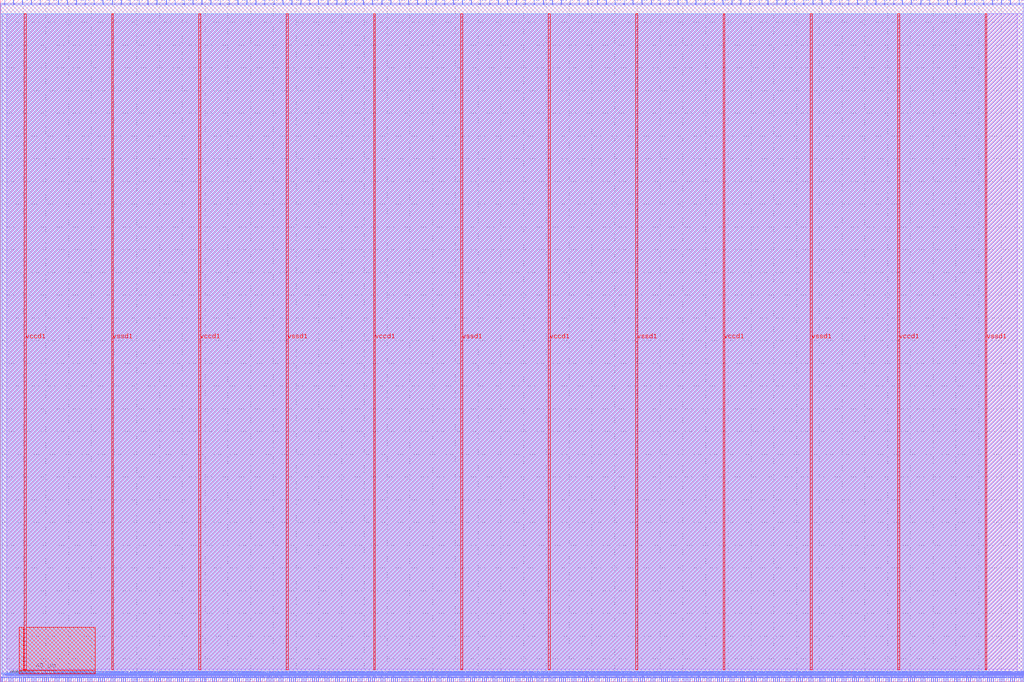
<source format=lef>
VERSION 5.7 ;
  NOWIREEXTENSIONATPIN ON ;
  DIVIDERCHAR "/" ;
  BUSBITCHARS "[]" ;
MACRO user_proj_example
  CLASS BLOCK ;
  FOREIGN user_proj_example ;
  ORIGIN 0.000 0.000 ;
  SIZE 900.000 BY 600.000 ;
  PIN io_in[0]
    DIRECTION INPUT ;
    USE SIGNAL ;
    PORT
      LAYER met2 ;
        RECT 3.770 596.000 4.050 600.000 ;
    END
  END io_in[0]
  PIN io_in[10]
    DIRECTION INPUT ;
    USE SIGNAL ;
    PORT
      LAYER met2 ;
        RECT 240.670 596.000 240.950 600.000 ;
    END
  END io_in[10]
  PIN io_in[11]
    DIRECTION INPUT ;
    USE SIGNAL ;
    PORT
      LAYER met2 ;
        RECT 264.130 596.000 264.410 600.000 ;
    END
  END io_in[11]
  PIN io_in[12]
    DIRECTION INPUT ;
    USE SIGNAL ;
    PORT
      LAYER met2 ;
        RECT 288.050 596.000 288.330 600.000 ;
    END
  END io_in[12]
  PIN io_in[13]
    DIRECTION INPUT ;
    USE SIGNAL ;
    PORT
      LAYER met2 ;
        RECT 311.510 596.000 311.790 600.000 ;
    END
  END io_in[13]
  PIN io_in[14]
    DIRECTION INPUT ;
    USE SIGNAL ;
    PORT
      LAYER met2 ;
        RECT 335.430 596.000 335.710 600.000 ;
    END
  END io_in[14]
  PIN io_in[15]
    DIRECTION INPUT ;
    USE SIGNAL ;
    PORT
      LAYER met2 ;
        RECT 358.890 596.000 359.170 600.000 ;
    END
  END io_in[15]
  PIN io_in[16]
    DIRECTION INPUT ;
    USE SIGNAL ;
    PORT
      LAYER met2 ;
        RECT 382.810 596.000 383.090 600.000 ;
    END
  END io_in[16]
  PIN io_in[17]
    DIRECTION INPUT ;
    USE SIGNAL ;
    PORT
      LAYER met2 ;
        RECT 406.270 596.000 406.550 600.000 ;
    END
  END io_in[17]
  PIN io_in[18]
    DIRECTION INPUT ;
    USE SIGNAL ;
    PORT
      LAYER met2 ;
        RECT 430.190 596.000 430.470 600.000 ;
    END
  END io_in[18]
  PIN io_in[19]
    DIRECTION INPUT ;
    USE SIGNAL ;
    PORT
      LAYER met2 ;
        RECT 453.650 596.000 453.930 600.000 ;
    END
  END io_in[19]
  PIN io_in[1]
    DIRECTION INPUT ;
    USE SIGNAL ;
    PORT
      LAYER met2 ;
        RECT 27.230 596.000 27.510 600.000 ;
    END
  END io_in[1]
  PIN io_in[20]
    DIRECTION INPUT ;
    USE SIGNAL ;
    PORT
      LAYER met2 ;
        RECT 477.570 596.000 477.850 600.000 ;
    END
  END io_in[20]
  PIN io_in[21]
    DIRECTION INPUT ;
    USE SIGNAL ;
    PORT
      LAYER met2 ;
        RECT 501.030 596.000 501.310 600.000 ;
    END
  END io_in[21]
  PIN io_in[22]
    DIRECTION INPUT ;
    USE SIGNAL ;
    PORT
      LAYER met2 ;
        RECT 524.950 596.000 525.230 600.000 ;
    END
  END io_in[22]
  PIN io_in[23]
    DIRECTION INPUT ;
    USE SIGNAL ;
    PORT
      LAYER met2 ;
        RECT 548.410 596.000 548.690 600.000 ;
    END
  END io_in[23]
  PIN io_in[24]
    DIRECTION INPUT ;
    USE SIGNAL ;
    PORT
      LAYER met2 ;
        RECT 572.330 596.000 572.610 600.000 ;
    END
  END io_in[24]
  PIN io_in[25]
    DIRECTION INPUT ;
    USE SIGNAL ;
    PORT
      LAYER met2 ;
        RECT 595.790 596.000 596.070 600.000 ;
    END
  END io_in[25]
  PIN io_in[26]
    DIRECTION INPUT ;
    USE SIGNAL ;
    PORT
      LAYER met2 ;
        RECT 619.710 596.000 619.990 600.000 ;
    END
  END io_in[26]
  PIN io_in[27]
    DIRECTION INPUT ;
    USE SIGNAL ;
    PORT
      LAYER met2 ;
        RECT 643.170 596.000 643.450 600.000 ;
    END
  END io_in[27]
  PIN io_in[28]
    DIRECTION INPUT ;
    USE SIGNAL ;
    PORT
      LAYER met2 ;
        RECT 667.090 596.000 667.370 600.000 ;
    END
  END io_in[28]
  PIN io_in[29]
    DIRECTION INPUT ;
    USE SIGNAL ;
    PORT
      LAYER met2 ;
        RECT 690.550 596.000 690.830 600.000 ;
    END
  END io_in[29]
  PIN io_in[2]
    DIRECTION INPUT ;
    USE SIGNAL ;
    PORT
      LAYER met2 ;
        RECT 51.150 596.000 51.430 600.000 ;
    END
  END io_in[2]
  PIN io_in[30]
    DIRECTION INPUT ;
    USE SIGNAL ;
    PORT
      LAYER met2 ;
        RECT 714.470 596.000 714.750 600.000 ;
    END
  END io_in[30]
  PIN io_in[31]
    DIRECTION INPUT ;
    USE SIGNAL ;
    PORT
      LAYER met2 ;
        RECT 737.930 596.000 738.210 600.000 ;
    END
  END io_in[31]
  PIN io_in[32]
    DIRECTION INPUT ;
    USE SIGNAL ;
    PORT
      LAYER met2 ;
        RECT 761.850 596.000 762.130 600.000 ;
    END
  END io_in[32]
  PIN io_in[33]
    DIRECTION INPUT ;
    USE SIGNAL ;
    PORT
      LAYER met2 ;
        RECT 785.310 596.000 785.590 600.000 ;
    END
  END io_in[33]
  PIN io_in[34]
    DIRECTION INPUT ;
    USE SIGNAL ;
    PORT
      LAYER met2 ;
        RECT 809.230 596.000 809.510 600.000 ;
    END
  END io_in[34]
  PIN io_in[35]
    DIRECTION INPUT ;
    USE SIGNAL ;
    PORT
      LAYER met2 ;
        RECT 832.690 596.000 832.970 600.000 ;
    END
  END io_in[35]
  PIN io_in[36]
    DIRECTION INPUT ;
    USE SIGNAL ;
    PORT
      LAYER met2 ;
        RECT 856.610 596.000 856.890 600.000 ;
    END
  END io_in[36]
  PIN io_in[37]
    DIRECTION INPUT ;
    USE SIGNAL ;
    PORT
      LAYER met2 ;
        RECT 880.070 596.000 880.350 600.000 ;
    END
  END io_in[37]
  PIN io_in[3]
    DIRECTION INPUT ;
    USE SIGNAL ;
    PORT
      LAYER met2 ;
        RECT 74.610 596.000 74.890 600.000 ;
    END
  END io_in[3]
  PIN io_in[4]
    DIRECTION INPUT ;
    USE SIGNAL ;
    PORT
      LAYER met2 ;
        RECT 98.530 596.000 98.810 600.000 ;
    END
  END io_in[4]
  PIN io_in[5]
    DIRECTION INPUT ;
    USE SIGNAL ;
    PORT
      LAYER met2 ;
        RECT 121.990 596.000 122.270 600.000 ;
    END
  END io_in[5]
  PIN io_in[6]
    DIRECTION INPUT ;
    USE SIGNAL ;
    PORT
      LAYER met2 ;
        RECT 145.910 596.000 146.190 600.000 ;
    END
  END io_in[6]
  PIN io_in[7]
    DIRECTION INPUT ;
    USE SIGNAL ;
    PORT
      LAYER met2 ;
        RECT 169.370 596.000 169.650 600.000 ;
    END
  END io_in[7]
  PIN io_in[8]
    DIRECTION INPUT ;
    USE SIGNAL ;
    PORT
      LAYER met2 ;
        RECT 193.290 596.000 193.570 600.000 ;
    END
  END io_in[8]
  PIN io_in[9]
    DIRECTION INPUT ;
    USE SIGNAL ;
    PORT
      LAYER met2 ;
        RECT 216.750 596.000 217.030 600.000 ;
    END
  END io_in[9]
  PIN io_oeb[0]
    DIRECTION OUTPUT TRISTATE ;
    USE SIGNAL ;
    PORT
      LAYER met2 ;
        RECT 11.590 596.000 11.870 600.000 ;
    END
  END io_oeb[0]
  PIN io_oeb[10]
    DIRECTION OUTPUT TRISTATE ;
    USE SIGNAL ;
    PORT
      LAYER met2 ;
        RECT 248.490 596.000 248.770 600.000 ;
    END
  END io_oeb[10]
  PIN io_oeb[11]
    DIRECTION OUTPUT TRISTATE ;
    USE SIGNAL ;
    PORT
      LAYER met2 ;
        RECT 271.950 596.000 272.230 600.000 ;
    END
  END io_oeb[11]
  PIN io_oeb[12]
    DIRECTION OUTPUT TRISTATE ;
    USE SIGNAL ;
    PORT
      LAYER met2 ;
        RECT 295.870 596.000 296.150 600.000 ;
    END
  END io_oeb[12]
  PIN io_oeb[13]
    DIRECTION OUTPUT TRISTATE ;
    USE SIGNAL ;
    PORT
      LAYER met2 ;
        RECT 319.330 596.000 319.610 600.000 ;
    END
  END io_oeb[13]
  PIN io_oeb[14]
    DIRECTION OUTPUT TRISTATE ;
    USE SIGNAL ;
    PORT
      LAYER met2 ;
        RECT 343.250 596.000 343.530 600.000 ;
    END
  END io_oeb[14]
  PIN io_oeb[15]
    DIRECTION OUTPUT TRISTATE ;
    USE SIGNAL ;
    PORT
      LAYER met2 ;
        RECT 366.710 596.000 366.990 600.000 ;
    END
  END io_oeb[15]
  PIN io_oeb[16]
    DIRECTION OUTPUT TRISTATE ;
    USE SIGNAL ;
    PORT
      LAYER met2 ;
        RECT 390.630 596.000 390.910 600.000 ;
    END
  END io_oeb[16]
  PIN io_oeb[17]
    DIRECTION OUTPUT TRISTATE ;
    USE SIGNAL ;
    PORT
      LAYER met2 ;
        RECT 414.090 596.000 414.370 600.000 ;
    END
  END io_oeb[17]
  PIN io_oeb[18]
    DIRECTION OUTPUT TRISTATE ;
    USE SIGNAL ;
    PORT
      LAYER met2 ;
        RECT 438.010 596.000 438.290 600.000 ;
    END
  END io_oeb[18]
  PIN io_oeb[19]
    DIRECTION OUTPUT TRISTATE ;
    USE SIGNAL ;
    PORT
      LAYER met2 ;
        RECT 461.470 596.000 461.750 600.000 ;
    END
  END io_oeb[19]
  PIN io_oeb[1]
    DIRECTION OUTPUT TRISTATE ;
    USE SIGNAL ;
    PORT
      LAYER met2 ;
        RECT 35.050 596.000 35.330 600.000 ;
    END
  END io_oeb[1]
  PIN io_oeb[20]
    DIRECTION OUTPUT TRISTATE ;
    USE SIGNAL ;
    PORT
      LAYER met2 ;
        RECT 485.390 596.000 485.670 600.000 ;
    END
  END io_oeb[20]
  PIN io_oeb[21]
    DIRECTION OUTPUT TRISTATE ;
    USE SIGNAL ;
    PORT
      LAYER met2 ;
        RECT 508.850 596.000 509.130 600.000 ;
    END
  END io_oeb[21]
  PIN io_oeb[22]
    DIRECTION OUTPUT TRISTATE ;
    USE SIGNAL ;
    PORT
      LAYER met2 ;
        RECT 532.770 596.000 533.050 600.000 ;
    END
  END io_oeb[22]
  PIN io_oeb[23]
    DIRECTION OUTPUT TRISTATE ;
    USE SIGNAL ;
    PORT
      LAYER met2 ;
        RECT 556.230 596.000 556.510 600.000 ;
    END
  END io_oeb[23]
  PIN io_oeb[24]
    DIRECTION OUTPUT TRISTATE ;
    USE SIGNAL ;
    PORT
      LAYER met2 ;
        RECT 580.150 596.000 580.430 600.000 ;
    END
  END io_oeb[24]
  PIN io_oeb[25]
    DIRECTION OUTPUT TRISTATE ;
    USE SIGNAL ;
    PORT
      LAYER met2 ;
        RECT 603.610 596.000 603.890 600.000 ;
    END
  END io_oeb[25]
  PIN io_oeb[26]
    DIRECTION OUTPUT TRISTATE ;
    USE SIGNAL ;
    PORT
      LAYER met2 ;
        RECT 627.530 596.000 627.810 600.000 ;
    END
  END io_oeb[26]
  PIN io_oeb[27]
    DIRECTION OUTPUT TRISTATE ;
    USE SIGNAL ;
    PORT
      LAYER met2 ;
        RECT 650.990 596.000 651.270 600.000 ;
    END
  END io_oeb[27]
  PIN io_oeb[28]
    DIRECTION OUTPUT TRISTATE ;
    USE SIGNAL ;
    PORT
      LAYER met2 ;
        RECT 674.910 596.000 675.190 600.000 ;
    END
  END io_oeb[28]
  PIN io_oeb[29]
    DIRECTION OUTPUT TRISTATE ;
    USE SIGNAL ;
    PORT
      LAYER met2 ;
        RECT 698.370 596.000 698.650 600.000 ;
    END
  END io_oeb[29]
  PIN io_oeb[2]
    DIRECTION OUTPUT TRISTATE ;
    USE SIGNAL ;
    PORT
      LAYER met2 ;
        RECT 58.970 596.000 59.250 600.000 ;
    END
  END io_oeb[2]
  PIN io_oeb[30]
    DIRECTION OUTPUT TRISTATE ;
    USE SIGNAL ;
    PORT
      LAYER met2 ;
        RECT 722.290 596.000 722.570 600.000 ;
    END
  END io_oeb[30]
  PIN io_oeb[31]
    DIRECTION OUTPUT TRISTATE ;
    USE SIGNAL ;
    PORT
      LAYER met2 ;
        RECT 745.750 596.000 746.030 600.000 ;
    END
  END io_oeb[31]
  PIN io_oeb[32]
    DIRECTION OUTPUT TRISTATE ;
    USE SIGNAL ;
    PORT
      LAYER met2 ;
        RECT 769.670 596.000 769.950 600.000 ;
    END
  END io_oeb[32]
  PIN io_oeb[33]
    DIRECTION OUTPUT TRISTATE ;
    USE SIGNAL ;
    PORT
      LAYER met2 ;
        RECT 793.130 596.000 793.410 600.000 ;
    END
  END io_oeb[33]
  PIN io_oeb[34]
    DIRECTION OUTPUT TRISTATE ;
    USE SIGNAL ;
    PORT
      LAYER met2 ;
        RECT 817.050 596.000 817.330 600.000 ;
    END
  END io_oeb[34]
  PIN io_oeb[35]
    DIRECTION OUTPUT TRISTATE ;
    USE SIGNAL ;
    PORT
      LAYER met2 ;
        RECT 840.510 596.000 840.790 600.000 ;
    END
  END io_oeb[35]
  PIN io_oeb[36]
    DIRECTION OUTPUT TRISTATE ;
    USE SIGNAL ;
    PORT
      LAYER met2 ;
        RECT 864.430 596.000 864.710 600.000 ;
    END
  END io_oeb[36]
  PIN io_oeb[37]
    DIRECTION OUTPUT TRISTATE ;
    USE SIGNAL ;
    PORT
      LAYER met2 ;
        RECT 887.890 596.000 888.170 600.000 ;
    END
  END io_oeb[37]
  PIN io_oeb[3]
    DIRECTION OUTPUT TRISTATE ;
    USE SIGNAL ;
    PORT
      LAYER met2 ;
        RECT 82.430 596.000 82.710 600.000 ;
    END
  END io_oeb[3]
  PIN io_oeb[4]
    DIRECTION OUTPUT TRISTATE ;
    USE SIGNAL ;
    PORT
      LAYER met2 ;
        RECT 106.350 596.000 106.630 600.000 ;
    END
  END io_oeb[4]
  PIN io_oeb[5]
    DIRECTION OUTPUT TRISTATE ;
    USE SIGNAL ;
    PORT
      LAYER met2 ;
        RECT 129.810 596.000 130.090 600.000 ;
    END
  END io_oeb[5]
  PIN io_oeb[6]
    DIRECTION OUTPUT TRISTATE ;
    USE SIGNAL ;
    PORT
      LAYER met2 ;
        RECT 153.730 596.000 154.010 600.000 ;
    END
  END io_oeb[6]
  PIN io_oeb[7]
    DIRECTION OUTPUT TRISTATE ;
    USE SIGNAL ;
    PORT
      LAYER met2 ;
        RECT 177.190 596.000 177.470 600.000 ;
    END
  END io_oeb[7]
  PIN io_oeb[8]
    DIRECTION OUTPUT TRISTATE ;
    USE SIGNAL ;
    PORT
      LAYER met2 ;
        RECT 201.110 596.000 201.390 600.000 ;
    END
  END io_oeb[8]
  PIN io_oeb[9]
    DIRECTION OUTPUT TRISTATE ;
    USE SIGNAL ;
    PORT
      LAYER met2 ;
        RECT 224.570 596.000 224.850 600.000 ;
    END
  END io_oeb[9]
  PIN io_out[0]
    DIRECTION OUTPUT TRISTATE ;
    USE SIGNAL ;
    PORT
      LAYER met2 ;
        RECT 19.410 596.000 19.690 600.000 ;
    END
  END io_out[0]
  PIN io_out[10]
    DIRECTION OUTPUT TRISTATE ;
    USE SIGNAL ;
    PORT
      LAYER met2 ;
        RECT 256.310 596.000 256.590 600.000 ;
    END
  END io_out[10]
  PIN io_out[11]
    DIRECTION OUTPUT TRISTATE ;
    USE SIGNAL ;
    PORT
      LAYER met2 ;
        RECT 279.770 596.000 280.050 600.000 ;
    END
  END io_out[11]
  PIN io_out[12]
    DIRECTION OUTPUT TRISTATE ;
    USE SIGNAL ;
    PORT
      LAYER met2 ;
        RECT 303.690 596.000 303.970 600.000 ;
    END
  END io_out[12]
  PIN io_out[13]
    DIRECTION OUTPUT TRISTATE ;
    USE SIGNAL ;
    PORT
      LAYER met2 ;
        RECT 327.150 596.000 327.430 600.000 ;
    END
  END io_out[13]
  PIN io_out[14]
    DIRECTION OUTPUT TRISTATE ;
    USE SIGNAL ;
    PORT
      LAYER met2 ;
        RECT 351.070 596.000 351.350 600.000 ;
    END
  END io_out[14]
  PIN io_out[15]
    DIRECTION OUTPUT TRISTATE ;
    USE SIGNAL ;
    PORT
      LAYER met2 ;
        RECT 374.530 596.000 374.810 600.000 ;
    END
  END io_out[15]
  PIN io_out[16]
    DIRECTION OUTPUT TRISTATE ;
    USE SIGNAL ;
    PORT
      LAYER met2 ;
        RECT 398.450 596.000 398.730 600.000 ;
    END
  END io_out[16]
  PIN io_out[17]
    DIRECTION OUTPUT TRISTATE ;
    USE SIGNAL ;
    PORT
      LAYER met2 ;
        RECT 421.910 596.000 422.190 600.000 ;
    END
  END io_out[17]
  PIN io_out[18]
    DIRECTION OUTPUT TRISTATE ;
    USE SIGNAL ;
    PORT
      LAYER met2 ;
        RECT 445.830 596.000 446.110 600.000 ;
    END
  END io_out[18]
  PIN io_out[19]
    DIRECTION OUTPUT TRISTATE ;
    USE SIGNAL ;
    PORT
      LAYER met2 ;
        RECT 469.290 596.000 469.570 600.000 ;
    END
  END io_out[19]
  PIN io_out[1]
    DIRECTION OUTPUT TRISTATE ;
    USE SIGNAL ;
    PORT
      LAYER met2 ;
        RECT 42.870 596.000 43.150 600.000 ;
    END
  END io_out[1]
  PIN io_out[20]
    DIRECTION OUTPUT TRISTATE ;
    USE SIGNAL ;
    PORT
      LAYER met2 ;
        RECT 493.210 596.000 493.490 600.000 ;
    END
  END io_out[20]
  PIN io_out[21]
    DIRECTION OUTPUT TRISTATE ;
    USE SIGNAL ;
    PORT
      LAYER met2 ;
        RECT 516.670 596.000 516.950 600.000 ;
    END
  END io_out[21]
  PIN io_out[22]
    DIRECTION OUTPUT TRISTATE ;
    USE SIGNAL ;
    PORT
      LAYER met2 ;
        RECT 540.590 596.000 540.870 600.000 ;
    END
  END io_out[22]
  PIN io_out[23]
    DIRECTION OUTPUT TRISTATE ;
    USE SIGNAL ;
    PORT
      LAYER met2 ;
        RECT 564.050 596.000 564.330 600.000 ;
    END
  END io_out[23]
  PIN io_out[24]
    DIRECTION OUTPUT TRISTATE ;
    USE SIGNAL ;
    PORT
      LAYER met2 ;
        RECT 587.970 596.000 588.250 600.000 ;
    END
  END io_out[24]
  PIN io_out[25]
    DIRECTION OUTPUT TRISTATE ;
    USE SIGNAL ;
    PORT
      LAYER met2 ;
        RECT 611.430 596.000 611.710 600.000 ;
    END
  END io_out[25]
  PIN io_out[26]
    DIRECTION OUTPUT TRISTATE ;
    USE SIGNAL ;
    PORT
      LAYER met2 ;
        RECT 635.350 596.000 635.630 600.000 ;
    END
  END io_out[26]
  PIN io_out[27]
    DIRECTION OUTPUT TRISTATE ;
    USE SIGNAL ;
    PORT
      LAYER met2 ;
        RECT 658.810 596.000 659.090 600.000 ;
    END
  END io_out[27]
  PIN io_out[28]
    DIRECTION OUTPUT TRISTATE ;
    USE SIGNAL ;
    PORT
      LAYER met2 ;
        RECT 682.730 596.000 683.010 600.000 ;
    END
  END io_out[28]
  PIN io_out[29]
    DIRECTION OUTPUT TRISTATE ;
    USE SIGNAL ;
    PORT
      LAYER met2 ;
        RECT 706.190 596.000 706.470 600.000 ;
    END
  END io_out[29]
  PIN io_out[2]
    DIRECTION OUTPUT TRISTATE ;
    USE SIGNAL ;
    PORT
      LAYER met2 ;
        RECT 66.790 596.000 67.070 600.000 ;
    END
  END io_out[2]
  PIN io_out[30]
    DIRECTION OUTPUT TRISTATE ;
    USE SIGNAL ;
    PORT
      LAYER met2 ;
        RECT 730.110 596.000 730.390 600.000 ;
    END
  END io_out[30]
  PIN io_out[31]
    DIRECTION OUTPUT TRISTATE ;
    USE SIGNAL ;
    PORT
      LAYER met2 ;
        RECT 753.570 596.000 753.850 600.000 ;
    END
  END io_out[31]
  PIN io_out[32]
    DIRECTION OUTPUT TRISTATE ;
    USE SIGNAL ;
    PORT
      LAYER met2 ;
        RECT 777.490 596.000 777.770 600.000 ;
    END
  END io_out[32]
  PIN io_out[33]
    DIRECTION OUTPUT TRISTATE ;
    USE SIGNAL ;
    PORT
      LAYER met2 ;
        RECT 800.950 596.000 801.230 600.000 ;
    END
  END io_out[33]
  PIN io_out[34]
    DIRECTION OUTPUT TRISTATE ;
    USE SIGNAL ;
    PORT
      LAYER met2 ;
        RECT 824.870 596.000 825.150 600.000 ;
    END
  END io_out[34]
  PIN io_out[35]
    DIRECTION OUTPUT TRISTATE ;
    USE SIGNAL ;
    PORT
      LAYER met2 ;
        RECT 848.330 596.000 848.610 600.000 ;
    END
  END io_out[35]
  PIN io_out[36]
    DIRECTION OUTPUT TRISTATE ;
    USE SIGNAL ;
    PORT
      LAYER met2 ;
        RECT 872.250 596.000 872.530 600.000 ;
    END
  END io_out[36]
  PIN io_out[37]
    DIRECTION OUTPUT TRISTATE ;
    USE SIGNAL ;
    PORT
      LAYER met2 ;
        RECT 895.710 596.000 895.990 600.000 ;
    END
  END io_out[37]
  PIN io_out[3]
    DIRECTION OUTPUT TRISTATE ;
    USE SIGNAL ;
    PORT
      LAYER met2 ;
        RECT 90.250 596.000 90.530 600.000 ;
    END
  END io_out[3]
  PIN io_out[4]
    DIRECTION OUTPUT TRISTATE ;
    USE SIGNAL ;
    PORT
      LAYER met2 ;
        RECT 114.170 596.000 114.450 600.000 ;
    END
  END io_out[4]
  PIN io_out[5]
    DIRECTION OUTPUT TRISTATE ;
    USE SIGNAL ;
    PORT
      LAYER met2 ;
        RECT 137.630 596.000 137.910 600.000 ;
    END
  END io_out[5]
  PIN io_out[6]
    DIRECTION OUTPUT TRISTATE ;
    USE SIGNAL ;
    PORT
      LAYER met2 ;
        RECT 161.550 596.000 161.830 600.000 ;
    END
  END io_out[6]
  PIN io_out[7]
    DIRECTION OUTPUT TRISTATE ;
    USE SIGNAL ;
    PORT
      LAYER met2 ;
        RECT 185.010 596.000 185.290 600.000 ;
    END
  END io_out[7]
  PIN io_out[8]
    DIRECTION OUTPUT TRISTATE ;
    USE SIGNAL ;
    PORT
      LAYER met2 ;
        RECT 208.930 596.000 209.210 600.000 ;
    END
  END io_out[8]
  PIN io_out[9]
    DIRECTION OUTPUT TRISTATE ;
    USE SIGNAL ;
    PORT
      LAYER met2 ;
        RECT 232.390 596.000 232.670 600.000 ;
    END
  END io_out[9]
  PIN irq[0]
    DIRECTION OUTPUT TRISTATE ;
    USE SIGNAL ;
    PORT
      LAYER met2 ;
        RECT 895.250 0.000 895.530 4.000 ;
    END
  END irq[0]
  PIN irq[1]
    DIRECTION OUTPUT TRISTATE ;
    USE SIGNAL ;
    PORT
      LAYER met2 ;
        RECT 897.090 0.000 897.370 4.000 ;
    END
  END irq[1]
  PIN irq[2]
    DIRECTION OUTPUT TRISTATE ;
    USE SIGNAL ;
    PORT
      LAYER met2 ;
        RECT 898.930 0.000 899.210 4.000 ;
    END
  END irq[2]
  PIN la_data_in[0]
    DIRECTION INPUT ;
    USE SIGNAL ;
    PORT
      LAYER met2 ;
        RECT 193.750 0.000 194.030 4.000 ;
    END
  END la_data_in[0]
  PIN la_data_in[100]
    DIRECTION INPUT ;
    USE SIGNAL ;
    PORT
      LAYER met2 ;
        RECT 741.610 0.000 741.890 4.000 ;
    END
  END la_data_in[100]
  PIN la_data_in[101]
    DIRECTION INPUT ;
    USE SIGNAL ;
    PORT
      LAYER met2 ;
        RECT 747.130 0.000 747.410 4.000 ;
    END
  END la_data_in[101]
  PIN la_data_in[102]
    DIRECTION INPUT ;
    USE SIGNAL ;
    PORT
      LAYER met2 ;
        RECT 752.650 0.000 752.930 4.000 ;
    END
  END la_data_in[102]
  PIN la_data_in[103]
    DIRECTION INPUT ;
    USE SIGNAL ;
    PORT
      LAYER met2 ;
        RECT 758.170 0.000 758.450 4.000 ;
    END
  END la_data_in[103]
  PIN la_data_in[104]
    DIRECTION INPUT ;
    USE SIGNAL ;
    PORT
      LAYER met2 ;
        RECT 763.690 0.000 763.970 4.000 ;
    END
  END la_data_in[104]
  PIN la_data_in[105]
    DIRECTION INPUT ;
    USE SIGNAL ;
    PORT
      LAYER met2 ;
        RECT 769.210 0.000 769.490 4.000 ;
    END
  END la_data_in[105]
  PIN la_data_in[106]
    DIRECTION INPUT ;
    USE SIGNAL ;
    PORT
      LAYER met2 ;
        RECT 774.730 0.000 775.010 4.000 ;
    END
  END la_data_in[106]
  PIN la_data_in[107]
    DIRECTION INPUT ;
    USE SIGNAL ;
    PORT
      LAYER met2 ;
        RECT 780.250 0.000 780.530 4.000 ;
    END
  END la_data_in[107]
  PIN la_data_in[108]
    DIRECTION INPUT ;
    USE SIGNAL ;
    PORT
      LAYER met2 ;
        RECT 785.310 0.000 785.590 4.000 ;
    END
  END la_data_in[108]
  PIN la_data_in[109]
    DIRECTION INPUT ;
    USE SIGNAL ;
    PORT
      LAYER met2 ;
        RECT 790.830 0.000 791.110 4.000 ;
    END
  END la_data_in[109]
  PIN la_data_in[10]
    DIRECTION INPUT ;
    USE SIGNAL ;
    PORT
      LAYER met2 ;
        RECT 248.490 0.000 248.770 4.000 ;
    END
  END la_data_in[10]
  PIN la_data_in[110]
    DIRECTION INPUT ;
    USE SIGNAL ;
    PORT
      LAYER met2 ;
        RECT 796.350 0.000 796.630 4.000 ;
    END
  END la_data_in[110]
  PIN la_data_in[111]
    DIRECTION INPUT ;
    USE SIGNAL ;
    PORT
      LAYER met2 ;
        RECT 801.870 0.000 802.150 4.000 ;
    END
  END la_data_in[111]
  PIN la_data_in[112]
    DIRECTION INPUT ;
    USE SIGNAL ;
    PORT
      LAYER met2 ;
        RECT 807.390 0.000 807.670 4.000 ;
    END
  END la_data_in[112]
  PIN la_data_in[113]
    DIRECTION INPUT ;
    USE SIGNAL ;
    PORT
      LAYER met2 ;
        RECT 812.910 0.000 813.190 4.000 ;
    END
  END la_data_in[113]
  PIN la_data_in[114]
    DIRECTION INPUT ;
    USE SIGNAL ;
    PORT
      LAYER met2 ;
        RECT 818.430 0.000 818.710 4.000 ;
    END
  END la_data_in[114]
  PIN la_data_in[115]
    DIRECTION INPUT ;
    USE SIGNAL ;
    PORT
      LAYER met2 ;
        RECT 823.950 0.000 824.230 4.000 ;
    END
  END la_data_in[115]
  PIN la_data_in[116]
    DIRECTION INPUT ;
    USE SIGNAL ;
    PORT
      LAYER met2 ;
        RECT 829.470 0.000 829.750 4.000 ;
    END
  END la_data_in[116]
  PIN la_data_in[117]
    DIRECTION INPUT ;
    USE SIGNAL ;
    PORT
      LAYER met2 ;
        RECT 834.990 0.000 835.270 4.000 ;
    END
  END la_data_in[117]
  PIN la_data_in[118]
    DIRECTION INPUT ;
    USE SIGNAL ;
    PORT
      LAYER met2 ;
        RECT 840.510 0.000 840.790 4.000 ;
    END
  END la_data_in[118]
  PIN la_data_in[119]
    DIRECTION INPUT ;
    USE SIGNAL ;
    PORT
      LAYER met2 ;
        RECT 845.570 0.000 845.850 4.000 ;
    END
  END la_data_in[119]
  PIN la_data_in[11]
    DIRECTION INPUT ;
    USE SIGNAL ;
    PORT
      LAYER met2 ;
        RECT 254.010 0.000 254.290 4.000 ;
    END
  END la_data_in[11]
  PIN la_data_in[120]
    DIRECTION INPUT ;
    USE SIGNAL ;
    PORT
      LAYER met2 ;
        RECT 851.090 0.000 851.370 4.000 ;
    END
  END la_data_in[120]
  PIN la_data_in[121]
    DIRECTION INPUT ;
    USE SIGNAL ;
    PORT
      LAYER met2 ;
        RECT 856.610 0.000 856.890 4.000 ;
    END
  END la_data_in[121]
  PIN la_data_in[122]
    DIRECTION INPUT ;
    USE SIGNAL ;
    PORT
      LAYER met2 ;
        RECT 862.130 0.000 862.410 4.000 ;
    END
  END la_data_in[122]
  PIN la_data_in[123]
    DIRECTION INPUT ;
    USE SIGNAL ;
    PORT
      LAYER met2 ;
        RECT 867.650 0.000 867.930 4.000 ;
    END
  END la_data_in[123]
  PIN la_data_in[124]
    DIRECTION INPUT ;
    USE SIGNAL ;
    PORT
      LAYER met2 ;
        RECT 873.170 0.000 873.450 4.000 ;
    END
  END la_data_in[124]
  PIN la_data_in[125]
    DIRECTION INPUT ;
    USE SIGNAL ;
    PORT
      LAYER met2 ;
        RECT 878.690 0.000 878.970 4.000 ;
    END
  END la_data_in[125]
  PIN la_data_in[126]
    DIRECTION INPUT ;
    USE SIGNAL ;
    PORT
      LAYER met2 ;
        RECT 884.210 0.000 884.490 4.000 ;
    END
  END la_data_in[126]
  PIN la_data_in[127]
    DIRECTION INPUT ;
    USE SIGNAL ;
    PORT
      LAYER met2 ;
        RECT 889.730 0.000 890.010 4.000 ;
    END
  END la_data_in[127]
  PIN la_data_in[12]
    DIRECTION INPUT ;
    USE SIGNAL ;
    PORT
      LAYER met2 ;
        RECT 259.530 0.000 259.810 4.000 ;
    END
  END la_data_in[12]
  PIN la_data_in[13]
    DIRECTION INPUT ;
    USE SIGNAL ;
    PORT
      LAYER met2 ;
        RECT 265.050 0.000 265.330 4.000 ;
    END
  END la_data_in[13]
  PIN la_data_in[14]
    DIRECTION INPUT ;
    USE SIGNAL ;
    PORT
      LAYER met2 ;
        RECT 270.570 0.000 270.850 4.000 ;
    END
  END la_data_in[14]
  PIN la_data_in[15]
    DIRECTION INPUT ;
    USE SIGNAL ;
    PORT
      LAYER met2 ;
        RECT 276.090 0.000 276.370 4.000 ;
    END
  END la_data_in[15]
  PIN la_data_in[16]
    DIRECTION INPUT ;
    USE SIGNAL ;
    PORT
      LAYER met2 ;
        RECT 281.610 0.000 281.890 4.000 ;
    END
  END la_data_in[16]
  PIN la_data_in[17]
    DIRECTION INPUT ;
    USE SIGNAL ;
    PORT
      LAYER met2 ;
        RECT 287.130 0.000 287.410 4.000 ;
    END
  END la_data_in[17]
  PIN la_data_in[18]
    DIRECTION INPUT ;
    USE SIGNAL ;
    PORT
      LAYER met2 ;
        RECT 292.650 0.000 292.930 4.000 ;
    END
  END la_data_in[18]
  PIN la_data_in[19]
    DIRECTION INPUT ;
    USE SIGNAL ;
    PORT
      LAYER met2 ;
        RECT 298.170 0.000 298.450 4.000 ;
    END
  END la_data_in[19]
  PIN la_data_in[1]
    DIRECTION INPUT ;
    USE SIGNAL ;
    PORT
      LAYER met2 ;
        RECT 199.270 0.000 199.550 4.000 ;
    END
  END la_data_in[1]
  PIN la_data_in[20]
    DIRECTION INPUT ;
    USE SIGNAL ;
    PORT
      LAYER met2 ;
        RECT 303.230 0.000 303.510 4.000 ;
    END
  END la_data_in[20]
  PIN la_data_in[21]
    DIRECTION INPUT ;
    USE SIGNAL ;
    PORT
      LAYER met2 ;
        RECT 308.750 0.000 309.030 4.000 ;
    END
  END la_data_in[21]
  PIN la_data_in[22]
    DIRECTION INPUT ;
    USE SIGNAL ;
    PORT
      LAYER met2 ;
        RECT 314.270 0.000 314.550 4.000 ;
    END
  END la_data_in[22]
  PIN la_data_in[23]
    DIRECTION INPUT ;
    USE SIGNAL ;
    PORT
      LAYER met2 ;
        RECT 319.790 0.000 320.070 4.000 ;
    END
  END la_data_in[23]
  PIN la_data_in[24]
    DIRECTION INPUT ;
    USE SIGNAL ;
    PORT
      LAYER met2 ;
        RECT 325.310 0.000 325.590 4.000 ;
    END
  END la_data_in[24]
  PIN la_data_in[25]
    DIRECTION INPUT ;
    USE SIGNAL ;
    PORT
      LAYER met2 ;
        RECT 330.830 0.000 331.110 4.000 ;
    END
  END la_data_in[25]
  PIN la_data_in[26]
    DIRECTION INPUT ;
    USE SIGNAL ;
    PORT
      LAYER met2 ;
        RECT 336.350 0.000 336.630 4.000 ;
    END
  END la_data_in[26]
  PIN la_data_in[27]
    DIRECTION INPUT ;
    USE SIGNAL ;
    PORT
      LAYER met2 ;
        RECT 341.870 0.000 342.150 4.000 ;
    END
  END la_data_in[27]
  PIN la_data_in[28]
    DIRECTION INPUT ;
    USE SIGNAL ;
    PORT
      LAYER met2 ;
        RECT 347.390 0.000 347.670 4.000 ;
    END
  END la_data_in[28]
  PIN la_data_in[29]
    DIRECTION INPUT ;
    USE SIGNAL ;
    PORT
      LAYER met2 ;
        RECT 352.910 0.000 353.190 4.000 ;
    END
  END la_data_in[29]
  PIN la_data_in[2]
    DIRECTION INPUT ;
    USE SIGNAL ;
    PORT
      LAYER met2 ;
        RECT 204.790 0.000 205.070 4.000 ;
    END
  END la_data_in[2]
  PIN la_data_in[30]
    DIRECTION INPUT ;
    USE SIGNAL ;
    PORT
      LAYER met2 ;
        RECT 358.430 0.000 358.710 4.000 ;
    END
  END la_data_in[30]
  PIN la_data_in[31]
    DIRECTION INPUT ;
    USE SIGNAL ;
    PORT
      LAYER met2 ;
        RECT 363.490 0.000 363.770 4.000 ;
    END
  END la_data_in[31]
  PIN la_data_in[32]
    DIRECTION INPUT ;
    USE SIGNAL ;
    PORT
      LAYER met2 ;
        RECT 369.010 0.000 369.290 4.000 ;
    END
  END la_data_in[32]
  PIN la_data_in[33]
    DIRECTION INPUT ;
    USE SIGNAL ;
    PORT
      LAYER met2 ;
        RECT 374.530 0.000 374.810 4.000 ;
    END
  END la_data_in[33]
  PIN la_data_in[34]
    DIRECTION INPUT ;
    USE SIGNAL ;
    PORT
      LAYER met2 ;
        RECT 380.050 0.000 380.330 4.000 ;
    END
  END la_data_in[34]
  PIN la_data_in[35]
    DIRECTION INPUT ;
    USE SIGNAL ;
    PORT
      LAYER met2 ;
        RECT 385.570 0.000 385.850 4.000 ;
    END
  END la_data_in[35]
  PIN la_data_in[36]
    DIRECTION INPUT ;
    USE SIGNAL ;
    PORT
      LAYER met2 ;
        RECT 391.090 0.000 391.370 4.000 ;
    END
  END la_data_in[36]
  PIN la_data_in[37]
    DIRECTION INPUT ;
    USE SIGNAL ;
    PORT
      LAYER met2 ;
        RECT 396.610 0.000 396.890 4.000 ;
    END
  END la_data_in[37]
  PIN la_data_in[38]
    DIRECTION INPUT ;
    USE SIGNAL ;
    PORT
      LAYER met2 ;
        RECT 402.130 0.000 402.410 4.000 ;
    END
  END la_data_in[38]
  PIN la_data_in[39]
    DIRECTION INPUT ;
    USE SIGNAL ;
    PORT
      LAYER met2 ;
        RECT 407.650 0.000 407.930 4.000 ;
    END
  END la_data_in[39]
  PIN la_data_in[3]
    DIRECTION INPUT ;
    USE SIGNAL ;
    PORT
      LAYER met2 ;
        RECT 210.310 0.000 210.590 4.000 ;
    END
  END la_data_in[3]
  PIN la_data_in[40]
    DIRECTION INPUT ;
    USE SIGNAL ;
    PORT
      LAYER met2 ;
        RECT 413.170 0.000 413.450 4.000 ;
    END
  END la_data_in[40]
  PIN la_data_in[41]
    DIRECTION INPUT ;
    USE SIGNAL ;
    PORT
      LAYER met2 ;
        RECT 418.690 0.000 418.970 4.000 ;
    END
  END la_data_in[41]
  PIN la_data_in[42]
    DIRECTION INPUT ;
    USE SIGNAL ;
    PORT
      LAYER met2 ;
        RECT 423.750 0.000 424.030 4.000 ;
    END
  END la_data_in[42]
  PIN la_data_in[43]
    DIRECTION INPUT ;
    USE SIGNAL ;
    PORT
      LAYER met2 ;
        RECT 429.270 0.000 429.550 4.000 ;
    END
  END la_data_in[43]
  PIN la_data_in[44]
    DIRECTION INPUT ;
    USE SIGNAL ;
    PORT
      LAYER met2 ;
        RECT 434.790 0.000 435.070 4.000 ;
    END
  END la_data_in[44]
  PIN la_data_in[45]
    DIRECTION INPUT ;
    USE SIGNAL ;
    PORT
      LAYER met2 ;
        RECT 440.310 0.000 440.590 4.000 ;
    END
  END la_data_in[45]
  PIN la_data_in[46]
    DIRECTION INPUT ;
    USE SIGNAL ;
    PORT
      LAYER met2 ;
        RECT 445.830 0.000 446.110 4.000 ;
    END
  END la_data_in[46]
  PIN la_data_in[47]
    DIRECTION INPUT ;
    USE SIGNAL ;
    PORT
      LAYER met2 ;
        RECT 451.350 0.000 451.630 4.000 ;
    END
  END la_data_in[47]
  PIN la_data_in[48]
    DIRECTION INPUT ;
    USE SIGNAL ;
    PORT
      LAYER met2 ;
        RECT 456.870 0.000 457.150 4.000 ;
    END
  END la_data_in[48]
  PIN la_data_in[49]
    DIRECTION INPUT ;
    USE SIGNAL ;
    PORT
      LAYER met2 ;
        RECT 462.390 0.000 462.670 4.000 ;
    END
  END la_data_in[49]
  PIN la_data_in[4]
    DIRECTION INPUT ;
    USE SIGNAL ;
    PORT
      LAYER met2 ;
        RECT 215.830 0.000 216.110 4.000 ;
    END
  END la_data_in[4]
  PIN la_data_in[50]
    DIRECTION INPUT ;
    USE SIGNAL ;
    PORT
      LAYER met2 ;
        RECT 467.910 0.000 468.190 4.000 ;
    END
  END la_data_in[50]
  PIN la_data_in[51]
    DIRECTION INPUT ;
    USE SIGNAL ;
    PORT
      LAYER met2 ;
        RECT 473.430 0.000 473.710 4.000 ;
    END
  END la_data_in[51]
  PIN la_data_in[52]
    DIRECTION INPUT ;
    USE SIGNAL ;
    PORT
      LAYER met2 ;
        RECT 478.950 0.000 479.230 4.000 ;
    END
  END la_data_in[52]
  PIN la_data_in[53]
    DIRECTION INPUT ;
    USE SIGNAL ;
    PORT
      LAYER met2 ;
        RECT 484.010 0.000 484.290 4.000 ;
    END
  END la_data_in[53]
  PIN la_data_in[54]
    DIRECTION INPUT ;
    USE SIGNAL ;
    PORT
      LAYER met2 ;
        RECT 489.530 0.000 489.810 4.000 ;
    END
  END la_data_in[54]
  PIN la_data_in[55]
    DIRECTION INPUT ;
    USE SIGNAL ;
    PORT
      LAYER met2 ;
        RECT 495.050 0.000 495.330 4.000 ;
    END
  END la_data_in[55]
  PIN la_data_in[56]
    DIRECTION INPUT ;
    USE SIGNAL ;
    PORT
      LAYER met2 ;
        RECT 500.570 0.000 500.850 4.000 ;
    END
  END la_data_in[56]
  PIN la_data_in[57]
    DIRECTION INPUT ;
    USE SIGNAL ;
    PORT
      LAYER met2 ;
        RECT 506.090 0.000 506.370 4.000 ;
    END
  END la_data_in[57]
  PIN la_data_in[58]
    DIRECTION INPUT ;
    USE SIGNAL ;
    PORT
      LAYER met2 ;
        RECT 511.610 0.000 511.890 4.000 ;
    END
  END la_data_in[58]
  PIN la_data_in[59]
    DIRECTION INPUT ;
    USE SIGNAL ;
    PORT
      LAYER met2 ;
        RECT 517.130 0.000 517.410 4.000 ;
    END
  END la_data_in[59]
  PIN la_data_in[5]
    DIRECTION INPUT ;
    USE SIGNAL ;
    PORT
      LAYER met2 ;
        RECT 221.350 0.000 221.630 4.000 ;
    END
  END la_data_in[5]
  PIN la_data_in[60]
    DIRECTION INPUT ;
    USE SIGNAL ;
    PORT
      LAYER met2 ;
        RECT 522.650 0.000 522.930 4.000 ;
    END
  END la_data_in[60]
  PIN la_data_in[61]
    DIRECTION INPUT ;
    USE SIGNAL ;
    PORT
      LAYER met2 ;
        RECT 528.170 0.000 528.450 4.000 ;
    END
  END la_data_in[61]
  PIN la_data_in[62]
    DIRECTION INPUT ;
    USE SIGNAL ;
    PORT
      LAYER met2 ;
        RECT 533.690 0.000 533.970 4.000 ;
    END
  END la_data_in[62]
  PIN la_data_in[63]
    DIRECTION INPUT ;
    USE SIGNAL ;
    PORT
      LAYER met2 ;
        RECT 539.210 0.000 539.490 4.000 ;
    END
  END la_data_in[63]
  PIN la_data_in[64]
    DIRECTION INPUT ;
    USE SIGNAL ;
    PORT
      LAYER met2 ;
        RECT 544.270 0.000 544.550 4.000 ;
    END
  END la_data_in[64]
  PIN la_data_in[65]
    DIRECTION INPUT ;
    USE SIGNAL ;
    PORT
      LAYER met2 ;
        RECT 549.790 0.000 550.070 4.000 ;
    END
  END la_data_in[65]
  PIN la_data_in[66]
    DIRECTION INPUT ;
    USE SIGNAL ;
    PORT
      LAYER met2 ;
        RECT 555.310 0.000 555.590 4.000 ;
    END
  END la_data_in[66]
  PIN la_data_in[67]
    DIRECTION INPUT ;
    USE SIGNAL ;
    PORT
      LAYER met2 ;
        RECT 560.830 0.000 561.110 4.000 ;
    END
  END la_data_in[67]
  PIN la_data_in[68]
    DIRECTION INPUT ;
    USE SIGNAL ;
    PORT
      LAYER met2 ;
        RECT 566.350 0.000 566.630 4.000 ;
    END
  END la_data_in[68]
  PIN la_data_in[69]
    DIRECTION INPUT ;
    USE SIGNAL ;
    PORT
      LAYER met2 ;
        RECT 571.870 0.000 572.150 4.000 ;
    END
  END la_data_in[69]
  PIN la_data_in[6]
    DIRECTION INPUT ;
    USE SIGNAL ;
    PORT
      LAYER met2 ;
        RECT 226.870 0.000 227.150 4.000 ;
    END
  END la_data_in[6]
  PIN la_data_in[70]
    DIRECTION INPUT ;
    USE SIGNAL ;
    PORT
      LAYER met2 ;
        RECT 577.390 0.000 577.670 4.000 ;
    END
  END la_data_in[70]
  PIN la_data_in[71]
    DIRECTION INPUT ;
    USE SIGNAL ;
    PORT
      LAYER met2 ;
        RECT 582.910 0.000 583.190 4.000 ;
    END
  END la_data_in[71]
  PIN la_data_in[72]
    DIRECTION INPUT ;
    USE SIGNAL ;
    PORT
      LAYER met2 ;
        RECT 588.430 0.000 588.710 4.000 ;
    END
  END la_data_in[72]
  PIN la_data_in[73]
    DIRECTION INPUT ;
    USE SIGNAL ;
    PORT
      LAYER met2 ;
        RECT 593.950 0.000 594.230 4.000 ;
    END
  END la_data_in[73]
  PIN la_data_in[74]
    DIRECTION INPUT ;
    USE SIGNAL ;
    PORT
      LAYER met2 ;
        RECT 599.470 0.000 599.750 4.000 ;
    END
  END la_data_in[74]
  PIN la_data_in[75]
    DIRECTION INPUT ;
    USE SIGNAL ;
    PORT
      LAYER met2 ;
        RECT 604.530 0.000 604.810 4.000 ;
    END
  END la_data_in[75]
  PIN la_data_in[76]
    DIRECTION INPUT ;
    USE SIGNAL ;
    PORT
      LAYER met2 ;
        RECT 610.050 0.000 610.330 4.000 ;
    END
  END la_data_in[76]
  PIN la_data_in[77]
    DIRECTION INPUT ;
    USE SIGNAL ;
    PORT
      LAYER met2 ;
        RECT 615.570 0.000 615.850 4.000 ;
    END
  END la_data_in[77]
  PIN la_data_in[78]
    DIRECTION INPUT ;
    USE SIGNAL ;
    PORT
      LAYER met2 ;
        RECT 621.090 0.000 621.370 4.000 ;
    END
  END la_data_in[78]
  PIN la_data_in[79]
    DIRECTION INPUT ;
    USE SIGNAL ;
    PORT
      LAYER met2 ;
        RECT 626.610 0.000 626.890 4.000 ;
    END
  END la_data_in[79]
  PIN la_data_in[7]
    DIRECTION INPUT ;
    USE SIGNAL ;
    PORT
      LAYER met2 ;
        RECT 232.390 0.000 232.670 4.000 ;
    END
  END la_data_in[7]
  PIN la_data_in[80]
    DIRECTION INPUT ;
    USE SIGNAL ;
    PORT
      LAYER met2 ;
        RECT 632.130 0.000 632.410 4.000 ;
    END
  END la_data_in[80]
  PIN la_data_in[81]
    DIRECTION INPUT ;
    USE SIGNAL ;
    PORT
      LAYER met2 ;
        RECT 637.650 0.000 637.930 4.000 ;
    END
  END la_data_in[81]
  PIN la_data_in[82]
    DIRECTION INPUT ;
    USE SIGNAL ;
    PORT
      LAYER met2 ;
        RECT 643.170 0.000 643.450 4.000 ;
    END
  END la_data_in[82]
  PIN la_data_in[83]
    DIRECTION INPUT ;
    USE SIGNAL ;
    PORT
      LAYER met2 ;
        RECT 648.690 0.000 648.970 4.000 ;
    END
  END la_data_in[83]
  PIN la_data_in[84]
    DIRECTION INPUT ;
    USE SIGNAL ;
    PORT
      LAYER met2 ;
        RECT 654.210 0.000 654.490 4.000 ;
    END
  END la_data_in[84]
  PIN la_data_in[85]
    DIRECTION INPUT ;
    USE SIGNAL ;
    PORT
      LAYER met2 ;
        RECT 659.730 0.000 660.010 4.000 ;
    END
  END la_data_in[85]
  PIN la_data_in[86]
    DIRECTION INPUT ;
    USE SIGNAL ;
    PORT
      LAYER met2 ;
        RECT 664.790 0.000 665.070 4.000 ;
    END
  END la_data_in[86]
  PIN la_data_in[87]
    DIRECTION INPUT ;
    USE SIGNAL ;
    PORT
      LAYER met2 ;
        RECT 670.310 0.000 670.590 4.000 ;
    END
  END la_data_in[87]
  PIN la_data_in[88]
    DIRECTION INPUT ;
    USE SIGNAL ;
    PORT
      LAYER met2 ;
        RECT 675.830 0.000 676.110 4.000 ;
    END
  END la_data_in[88]
  PIN la_data_in[89]
    DIRECTION INPUT ;
    USE SIGNAL ;
    PORT
      LAYER met2 ;
        RECT 681.350 0.000 681.630 4.000 ;
    END
  END la_data_in[89]
  PIN la_data_in[8]
    DIRECTION INPUT ;
    USE SIGNAL ;
    PORT
      LAYER met2 ;
        RECT 237.910 0.000 238.190 4.000 ;
    END
  END la_data_in[8]
  PIN la_data_in[90]
    DIRECTION INPUT ;
    USE SIGNAL ;
    PORT
      LAYER met2 ;
        RECT 686.870 0.000 687.150 4.000 ;
    END
  END la_data_in[90]
  PIN la_data_in[91]
    DIRECTION INPUT ;
    USE SIGNAL ;
    PORT
      LAYER met2 ;
        RECT 692.390 0.000 692.670 4.000 ;
    END
  END la_data_in[91]
  PIN la_data_in[92]
    DIRECTION INPUT ;
    USE SIGNAL ;
    PORT
      LAYER met2 ;
        RECT 697.910 0.000 698.190 4.000 ;
    END
  END la_data_in[92]
  PIN la_data_in[93]
    DIRECTION INPUT ;
    USE SIGNAL ;
    PORT
      LAYER met2 ;
        RECT 703.430 0.000 703.710 4.000 ;
    END
  END la_data_in[93]
  PIN la_data_in[94]
    DIRECTION INPUT ;
    USE SIGNAL ;
    PORT
      LAYER met2 ;
        RECT 708.950 0.000 709.230 4.000 ;
    END
  END la_data_in[94]
  PIN la_data_in[95]
    DIRECTION INPUT ;
    USE SIGNAL ;
    PORT
      LAYER met2 ;
        RECT 714.470 0.000 714.750 4.000 ;
    END
  END la_data_in[95]
  PIN la_data_in[96]
    DIRECTION INPUT ;
    USE SIGNAL ;
    PORT
      LAYER met2 ;
        RECT 719.990 0.000 720.270 4.000 ;
    END
  END la_data_in[96]
  PIN la_data_in[97]
    DIRECTION INPUT ;
    USE SIGNAL ;
    PORT
      LAYER met2 ;
        RECT 725.050 0.000 725.330 4.000 ;
    END
  END la_data_in[97]
  PIN la_data_in[98]
    DIRECTION INPUT ;
    USE SIGNAL ;
    PORT
      LAYER met2 ;
        RECT 730.570 0.000 730.850 4.000 ;
    END
  END la_data_in[98]
  PIN la_data_in[99]
    DIRECTION INPUT ;
    USE SIGNAL ;
    PORT
      LAYER met2 ;
        RECT 736.090 0.000 736.370 4.000 ;
    END
  END la_data_in[99]
  PIN la_data_in[9]
    DIRECTION INPUT ;
    USE SIGNAL ;
    PORT
      LAYER met2 ;
        RECT 242.970 0.000 243.250 4.000 ;
    END
  END la_data_in[9]
  PIN la_data_out[0]
    DIRECTION OUTPUT TRISTATE ;
    USE SIGNAL ;
    PORT
      LAYER met2 ;
        RECT 195.590 0.000 195.870 4.000 ;
    END
  END la_data_out[0]
  PIN la_data_out[100]
    DIRECTION OUTPUT TRISTATE ;
    USE SIGNAL ;
    PORT
      LAYER met2 ;
        RECT 743.450 0.000 743.730 4.000 ;
    END
  END la_data_out[100]
  PIN la_data_out[101]
    DIRECTION OUTPUT TRISTATE ;
    USE SIGNAL ;
    PORT
      LAYER met2 ;
        RECT 748.970 0.000 749.250 4.000 ;
    END
  END la_data_out[101]
  PIN la_data_out[102]
    DIRECTION OUTPUT TRISTATE ;
    USE SIGNAL ;
    PORT
      LAYER met2 ;
        RECT 754.490 0.000 754.770 4.000 ;
    END
  END la_data_out[102]
  PIN la_data_out[103]
    DIRECTION OUTPUT TRISTATE ;
    USE SIGNAL ;
    PORT
      LAYER met2 ;
        RECT 760.010 0.000 760.290 4.000 ;
    END
  END la_data_out[103]
  PIN la_data_out[104]
    DIRECTION OUTPUT TRISTATE ;
    USE SIGNAL ;
    PORT
      LAYER met2 ;
        RECT 765.530 0.000 765.810 4.000 ;
    END
  END la_data_out[104]
  PIN la_data_out[105]
    DIRECTION OUTPUT TRISTATE ;
    USE SIGNAL ;
    PORT
      LAYER met2 ;
        RECT 771.050 0.000 771.330 4.000 ;
    END
  END la_data_out[105]
  PIN la_data_out[106]
    DIRECTION OUTPUT TRISTATE ;
    USE SIGNAL ;
    PORT
      LAYER met2 ;
        RECT 776.570 0.000 776.850 4.000 ;
    END
  END la_data_out[106]
  PIN la_data_out[107]
    DIRECTION OUTPUT TRISTATE ;
    USE SIGNAL ;
    PORT
      LAYER met2 ;
        RECT 781.630 0.000 781.910 4.000 ;
    END
  END la_data_out[107]
  PIN la_data_out[108]
    DIRECTION OUTPUT TRISTATE ;
    USE SIGNAL ;
    PORT
      LAYER met2 ;
        RECT 787.150 0.000 787.430 4.000 ;
    END
  END la_data_out[108]
  PIN la_data_out[109]
    DIRECTION OUTPUT TRISTATE ;
    USE SIGNAL ;
    PORT
      LAYER met2 ;
        RECT 792.670 0.000 792.950 4.000 ;
    END
  END la_data_out[109]
  PIN la_data_out[10]
    DIRECTION OUTPUT TRISTATE ;
    USE SIGNAL ;
    PORT
      LAYER met2 ;
        RECT 250.330 0.000 250.610 4.000 ;
    END
  END la_data_out[10]
  PIN la_data_out[110]
    DIRECTION OUTPUT TRISTATE ;
    USE SIGNAL ;
    PORT
      LAYER met2 ;
        RECT 798.190 0.000 798.470 4.000 ;
    END
  END la_data_out[110]
  PIN la_data_out[111]
    DIRECTION OUTPUT TRISTATE ;
    USE SIGNAL ;
    PORT
      LAYER met2 ;
        RECT 803.710 0.000 803.990 4.000 ;
    END
  END la_data_out[111]
  PIN la_data_out[112]
    DIRECTION OUTPUT TRISTATE ;
    USE SIGNAL ;
    PORT
      LAYER met2 ;
        RECT 809.230 0.000 809.510 4.000 ;
    END
  END la_data_out[112]
  PIN la_data_out[113]
    DIRECTION OUTPUT TRISTATE ;
    USE SIGNAL ;
    PORT
      LAYER met2 ;
        RECT 814.750 0.000 815.030 4.000 ;
    END
  END la_data_out[113]
  PIN la_data_out[114]
    DIRECTION OUTPUT TRISTATE ;
    USE SIGNAL ;
    PORT
      LAYER met2 ;
        RECT 820.270 0.000 820.550 4.000 ;
    END
  END la_data_out[114]
  PIN la_data_out[115]
    DIRECTION OUTPUT TRISTATE ;
    USE SIGNAL ;
    PORT
      LAYER met2 ;
        RECT 825.790 0.000 826.070 4.000 ;
    END
  END la_data_out[115]
  PIN la_data_out[116]
    DIRECTION OUTPUT TRISTATE ;
    USE SIGNAL ;
    PORT
      LAYER met2 ;
        RECT 831.310 0.000 831.590 4.000 ;
    END
  END la_data_out[116]
  PIN la_data_out[117]
    DIRECTION OUTPUT TRISTATE ;
    USE SIGNAL ;
    PORT
      LAYER met2 ;
        RECT 836.830 0.000 837.110 4.000 ;
    END
  END la_data_out[117]
  PIN la_data_out[118]
    DIRECTION OUTPUT TRISTATE ;
    USE SIGNAL ;
    PORT
      LAYER met2 ;
        RECT 841.890 0.000 842.170 4.000 ;
    END
  END la_data_out[118]
  PIN la_data_out[119]
    DIRECTION OUTPUT TRISTATE ;
    USE SIGNAL ;
    PORT
      LAYER met2 ;
        RECT 847.410 0.000 847.690 4.000 ;
    END
  END la_data_out[119]
  PIN la_data_out[11]
    DIRECTION OUTPUT TRISTATE ;
    USE SIGNAL ;
    PORT
      LAYER met2 ;
        RECT 255.850 0.000 256.130 4.000 ;
    END
  END la_data_out[11]
  PIN la_data_out[120]
    DIRECTION OUTPUT TRISTATE ;
    USE SIGNAL ;
    PORT
      LAYER met2 ;
        RECT 852.930 0.000 853.210 4.000 ;
    END
  END la_data_out[120]
  PIN la_data_out[121]
    DIRECTION OUTPUT TRISTATE ;
    USE SIGNAL ;
    PORT
      LAYER met2 ;
        RECT 858.450 0.000 858.730 4.000 ;
    END
  END la_data_out[121]
  PIN la_data_out[122]
    DIRECTION OUTPUT TRISTATE ;
    USE SIGNAL ;
    PORT
      LAYER met2 ;
        RECT 863.970 0.000 864.250 4.000 ;
    END
  END la_data_out[122]
  PIN la_data_out[123]
    DIRECTION OUTPUT TRISTATE ;
    USE SIGNAL ;
    PORT
      LAYER met2 ;
        RECT 869.490 0.000 869.770 4.000 ;
    END
  END la_data_out[123]
  PIN la_data_out[124]
    DIRECTION OUTPUT TRISTATE ;
    USE SIGNAL ;
    PORT
      LAYER met2 ;
        RECT 875.010 0.000 875.290 4.000 ;
    END
  END la_data_out[124]
  PIN la_data_out[125]
    DIRECTION OUTPUT TRISTATE ;
    USE SIGNAL ;
    PORT
      LAYER met2 ;
        RECT 880.530 0.000 880.810 4.000 ;
    END
  END la_data_out[125]
  PIN la_data_out[126]
    DIRECTION OUTPUT TRISTATE ;
    USE SIGNAL ;
    PORT
      LAYER met2 ;
        RECT 886.050 0.000 886.330 4.000 ;
    END
  END la_data_out[126]
  PIN la_data_out[127]
    DIRECTION OUTPUT TRISTATE ;
    USE SIGNAL ;
    PORT
      LAYER met2 ;
        RECT 891.570 0.000 891.850 4.000 ;
    END
  END la_data_out[127]
  PIN la_data_out[12]
    DIRECTION OUTPUT TRISTATE ;
    USE SIGNAL ;
    PORT
      LAYER met2 ;
        RECT 261.370 0.000 261.650 4.000 ;
    END
  END la_data_out[12]
  PIN la_data_out[13]
    DIRECTION OUTPUT TRISTATE ;
    USE SIGNAL ;
    PORT
      LAYER met2 ;
        RECT 266.890 0.000 267.170 4.000 ;
    END
  END la_data_out[13]
  PIN la_data_out[14]
    DIRECTION OUTPUT TRISTATE ;
    USE SIGNAL ;
    PORT
      LAYER met2 ;
        RECT 272.410 0.000 272.690 4.000 ;
    END
  END la_data_out[14]
  PIN la_data_out[15]
    DIRECTION OUTPUT TRISTATE ;
    USE SIGNAL ;
    PORT
      LAYER met2 ;
        RECT 277.930 0.000 278.210 4.000 ;
    END
  END la_data_out[15]
  PIN la_data_out[16]
    DIRECTION OUTPUT TRISTATE ;
    USE SIGNAL ;
    PORT
      LAYER met2 ;
        RECT 283.450 0.000 283.730 4.000 ;
    END
  END la_data_out[16]
  PIN la_data_out[17]
    DIRECTION OUTPUT TRISTATE ;
    USE SIGNAL ;
    PORT
      LAYER met2 ;
        RECT 288.970 0.000 289.250 4.000 ;
    END
  END la_data_out[17]
  PIN la_data_out[18]
    DIRECTION OUTPUT TRISTATE ;
    USE SIGNAL ;
    PORT
      LAYER met2 ;
        RECT 294.490 0.000 294.770 4.000 ;
    END
  END la_data_out[18]
  PIN la_data_out[19]
    DIRECTION OUTPUT TRISTATE ;
    USE SIGNAL ;
    PORT
      LAYER met2 ;
        RECT 300.010 0.000 300.290 4.000 ;
    END
  END la_data_out[19]
  PIN la_data_out[1]
    DIRECTION OUTPUT TRISTATE ;
    USE SIGNAL ;
    PORT
      LAYER met2 ;
        RECT 201.110 0.000 201.390 4.000 ;
    END
  END la_data_out[1]
  PIN la_data_out[20]
    DIRECTION OUTPUT TRISTATE ;
    USE SIGNAL ;
    PORT
      LAYER met2 ;
        RECT 305.070 0.000 305.350 4.000 ;
    END
  END la_data_out[20]
  PIN la_data_out[21]
    DIRECTION OUTPUT TRISTATE ;
    USE SIGNAL ;
    PORT
      LAYER met2 ;
        RECT 310.590 0.000 310.870 4.000 ;
    END
  END la_data_out[21]
  PIN la_data_out[22]
    DIRECTION OUTPUT TRISTATE ;
    USE SIGNAL ;
    PORT
      LAYER met2 ;
        RECT 316.110 0.000 316.390 4.000 ;
    END
  END la_data_out[22]
  PIN la_data_out[23]
    DIRECTION OUTPUT TRISTATE ;
    USE SIGNAL ;
    PORT
      LAYER met2 ;
        RECT 321.630 0.000 321.910 4.000 ;
    END
  END la_data_out[23]
  PIN la_data_out[24]
    DIRECTION OUTPUT TRISTATE ;
    USE SIGNAL ;
    PORT
      LAYER met2 ;
        RECT 327.150 0.000 327.430 4.000 ;
    END
  END la_data_out[24]
  PIN la_data_out[25]
    DIRECTION OUTPUT TRISTATE ;
    USE SIGNAL ;
    PORT
      LAYER met2 ;
        RECT 332.670 0.000 332.950 4.000 ;
    END
  END la_data_out[25]
  PIN la_data_out[26]
    DIRECTION OUTPUT TRISTATE ;
    USE SIGNAL ;
    PORT
      LAYER met2 ;
        RECT 338.190 0.000 338.470 4.000 ;
    END
  END la_data_out[26]
  PIN la_data_out[27]
    DIRECTION OUTPUT TRISTATE ;
    USE SIGNAL ;
    PORT
      LAYER met2 ;
        RECT 343.710 0.000 343.990 4.000 ;
    END
  END la_data_out[27]
  PIN la_data_out[28]
    DIRECTION OUTPUT TRISTATE ;
    USE SIGNAL ;
    PORT
      LAYER met2 ;
        RECT 349.230 0.000 349.510 4.000 ;
    END
  END la_data_out[28]
  PIN la_data_out[29]
    DIRECTION OUTPUT TRISTATE ;
    USE SIGNAL ;
    PORT
      LAYER met2 ;
        RECT 354.750 0.000 355.030 4.000 ;
    END
  END la_data_out[29]
  PIN la_data_out[2]
    DIRECTION OUTPUT TRISTATE ;
    USE SIGNAL ;
    PORT
      LAYER met2 ;
        RECT 206.630 0.000 206.910 4.000 ;
    END
  END la_data_out[2]
  PIN la_data_out[30]
    DIRECTION OUTPUT TRISTATE ;
    USE SIGNAL ;
    PORT
      LAYER met2 ;
        RECT 360.270 0.000 360.550 4.000 ;
    END
  END la_data_out[30]
  PIN la_data_out[31]
    DIRECTION OUTPUT TRISTATE ;
    USE SIGNAL ;
    PORT
      LAYER met2 ;
        RECT 365.330 0.000 365.610 4.000 ;
    END
  END la_data_out[31]
  PIN la_data_out[32]
    DIRECTION OUTPUT TRISTATE ;
    USE SIGNAL ;
    PORT
      LAYER met2 ;
        RECT 370.850 0.000 371.130 4.000 ;
    END
  END la_data_out[32]
  PIN la_data_out[33]
    DIRECTION OUTPUT TRISTATE ;
    USE SIGNAL ;
    PORT
      LAYER met2 ;
        RECT 376.370 0.000 376.650 4.000 ;
    END
  END la_data_out[33]
  PIN la_data_out[34]
    DIRECTION OUTPUT TRISTATE ;
    USE SIGNAL ;
    PORT
      LAYER met2 ;
        RECT 381.890 0.000 382.170 4.000 ;
    END
  END la_data_out[34]
  PIN la_data_out[35]
    DIRECTION OUTPUT TRISTATE ;
    USE SIGNAL ;
    PORT
      LAYER met2 ;
        RECT 387.410 0.000 387.690 4.000 ;
    END
  END la_data_out[35]
  PIN la_data_out[36]
    DIRECTION OUTPUT TRISTATE ;
    USE SIGNAL ;
    PORT
      LAYER met2 ;
        RECT 392.930 0.000 393.210 4.000 ;
    END
  END la_data_out[36]
  PIN la_data_out[37]
    DIRECTION OUTPUT TRISTATE ;
    USE SIGNAL ;
    PORT
      LAYER met2 ;
        RECT 398.450 0.000 398.730 4.000 ;
    END
  END la_data_out[37]
  PIN la_data_out[38]
    DIRECTION OUTPUT TRISTATE ;
    USE SIGNAL ;
    PORT
      LAYER met2 ;
        RECT 403.970 0.000 404.250 4.000 ;
    END
  END la_data_out[38]
  PIN la_data_out[39]
    DIRECTION OUTPUT TRISTATE ;
    USE SIGNAL ;
    PORT
      LAYER met2 ;
        RECT 409.490 0.000 409.770 4.000 ;
    END
  END la_data_out[39]
  PIN la_data_out[3]
    DIRECTION OUTPUT TRISTATE ;
    USE SIGNAL ;
    PORT
      LAYER met2 ;
        RECT 212.150 0.000 212.430 4.000 ;
    END
  END la_data_out[3]
  PIN la_data_out[40]
    DIRECTION OUTPUT TRISTATE ;
    USE SIGNAL ;
    PORT
      LAYER met2 ;
        RECT 415.010 0.000 415.290 4.000 ;
    END
  END la_data_out[40]
  PIN la_data_out[41]
    DIRECTION OUTPUT TRISTATE ;
    USE SIGNAL ;
    PORT
      LAYER met2 ;
        RECT 420.530 0.000 420.810 4.000 ;
    END
  END la_data_out[41]
  PIN la_data_out[42]
    DIRECTION OUTPUT TRISTATE ;
    USE SIGNAL ;
    PORT
      LAYER met2 ;
        RECT 425.590 0.000 425.870 4.000 ;
    END
  END la_data_out[42]
  PIN la_data_out[43]
    DIRECTION OUTPUT TRISTATE ;
    USE SIGNAL ;
    PORT
      LAYER met2 ;
        RECT 431.110 0.000 431.390 4.000 ;
    END
  END la_data_out[43]
  PIN la_data_out[44]
    DIRECTION OUTPUT TRISTATE ;
    USE SIGNAL ;
    PORT
      LAYER met2 ;
        RECT 436.630 0.000 436.910 4.000 ;
    END
  END la_data_out[44]
  PIN la_data_out[45]
    DIRECTION OUTPUT TRISTATE ;
    USE SIGNAL ;
    PORT
      LAYER met2 ;
        RECT 442.150 0.000 442.430 4.000 ;
    END
  END la_data_out[45]
  PIN la_data_out[46]
    DIRECTION OUTPUT TRISTATE ;
    USE SIGNAL ;
    PORT
      LAYER met2 ;
        RECT 447.670 0.000 447.950 4.000 ;
    END
  END la_data_out[46]
  PIN la_data_out[47]
    DIRECTION OUTPUT TRISTATE ;
    USE SIGNAL ;
    PORT
      LAYER met2 ;
        RECT 453.190 0.000 453.470 4.000 ;
    END
  END la_data_out[47]
  PIN la_data_out[48]
    DIRECTION OUTPUT TRISTATE ;
    USE SIGNAL ;
    PORT
      LAYER met2 ;
        RECT 458.710 0.000 458.990 4.000 ;
    END
  END la_data_out[48]
  PIN la_data_out[49]
    DIRECTION OUTPUT TRISTATE ;
    USE SIGNAL ;
    PORT
      LAYER met2 ;
        RECT 464.230 0.000 464.510 4.000 ;
    END
  END la_data_out[49]
  PIN la_data_out[4]
    DIRECTION OUTPUT TRISTATE ;
    USE SIGNAL ;
    PORT
      LAYER met2 ;
        RECT 217.670 0.000 217.950 4.000 ;
    END
  END la_data_out[4]
  PIN la_data_out[50]
    DIRECTION OUTPUT TRISTATE ;
    USE SIGNAL ;
    PORT
      LAYER met2 ;
        RECT 469.750 0.000 470.030 4.000 ;
    END
  END la_data_out[50]
  PIN la_data_out[51]
    DIRECTION OUTPUT TRISTATE ;
    USE SIGNAL ;
    PORT
      LAYER met2 ;
        RECT 475.270 0.000 475.550 4.000 ;
    END
  END la_data_out[51]
  PIN la_data_out[52]
    DIRECTION OUTPUT TRISTATE ;
    USE SIGNAL ;
    PORT
      LAYER met2 ;
        RECT 480.330 0.000 480.610 4.000 ;
    END
  END la_data_out[52]
  PIN la_data_out[53]
    DIRECTION OUTPUT TRISTATE ;
    USE SIGNAL ;
    PORT
      LAYER met2 ;
        RECT 485.850 0.000 486.130 4.000 ;
    END
  END la_data_out[53]
  PIN la_data_out[54]
    DIRECTION OUTPUT TRISTATE ;
    USE SIGNAL ;
    PORT
      LAYER met2 ;
        RECT 491.370 0.000 491.650 4.000 ;
    END
  END la_data_out[54]
  PIN la_data_out[55]
    DIRECTION OUTPUT TRISTATE ;
    USE SIGNAL ;
    PORT
      LAYER met2 ;
        RECT 496.890 0.000 497.170 4.000 ;
    END
  END la_data_out[55]
  PIN la_data_out[56]
    DIRECTION OUTPUT TRISTATE ;
    USE SIGNAL ;
    PORT
      LAYER met2 ;
        RECT 502.410 0.000 502.690 4.000 ;
    END
  END la_data_out[56]
  PIN la_data_out[57]
    DIRECTION OUTPUT TRISTATE ;
    USE SIGNAL ;
    PORT
      LAYER met2 ;
        RECT 507.930 0.000 508.210 4.000 ;
    END
  END la_data_out[57]
  PIN la_data_out[58]
    DIRECTION OUTPUT TRISTATE ;
    USE SIGNAL ;
    PORT
      LAYER met2 ;
        RECT 513.450 0.000 513.730 4.000 ;
    END
  END la_data_out[58]
  PIN la_data_out[59]
    DIRECTION OUTPUT TRISTATE ;
    USE SIGNAL ;
    PORT
      LAYER met2 ;
        RECT 518.970 0.000 519.250 4.000 ;
    END
  END la_data_out[59]
  PIN la_data_out[5]
    DIRECTION OUTPUT TRISTATE ;
    USE SIGNAL ;
    PORT
      LAYER met2 ;
        RECT 223.190 0.000 223.470 4.000 ;
    END
  END la_data_out[5]
  PIN la_data_out[60]
    DIRECTION OUTPUT TRISTATE ;
    USE SIGNAL ;
    PORT
      LAYER met2 ;
        RECT 524.490 0.000 524.770 4.000 ;
    END
  END la_data_out[60]
  PIN la_data_out[61]
    DIRECTION OUTPUT TRISTATE ;
    USE SIGNAL ;
    PORT
      LAYER met2 ;
        RECT 530.010 0.000 530.290 4.000 ;
    END
  END la_data_out[61]
  PIN la_data_out[62]
    DIRECTION OUTPUT TRISTATE ;
    USE SIGNAL ;
    PORT
      LAYER met2 ;
        RECT 535.530 0.000 535.810 4.000 ;
    END
  END la_data_out[62]
  PIN la_data_out[63]
    DIRECTION OUTPUT TRISTATE ;
    USE SIGNAL ;
    PORT
      LAYER met2 ;
        RECT 540.590 0.000 540.870 4.000 ;
    END
  END la_data_out[63]
  PIN la_data_out[64]
    DIRECTION OUTPUT TRISTATE ;
    USE SIGNAL ;
    PORT
      LAYER met2 ;
        RECT 546.110 0.000 546.390 4.000 ;
    END
  END la_data_out[64]
  PIN la_data_out[65]
    DIRECTION OUTPUT TRISTATE ;
    USE SIGNAL ;
    PORT
      LAYER met2 ;
        RECT 551.630 0.000 551.910 4.000 ;
    END
  END la_data_out[65]
  PIN la_data_out[66]
    DIRECTION OUTPUT TRISTATE ;
    USE SIGNAL ;
    PORT
      LAYER met2 ;
        RECT 557.150 0.000 557.430 4.000 ;
    END
  END la_data_out[66]
  PIN la_data_out[67]
    DIRECTION OUTPUT TRISTATE ;
    USE SIGNAL ;
    PORT
      LAYER met2 ;
        RECT 562.670 0.000 562.950 4.000 ;
    END
  END la_data_out[67]
  PIN la_data_out[68]
    DIRECTION OUTPUT TRISTATE ;
    USE SIGNAL ;
    PORT
      LAYER met2 ;
        RECT 568.190 0.000 568.470 4.000 ;
    END
  END la_data_out[68]
  PIN la_data_out[69]
    DIRECTION OUTPUT TRISTATE ;
    USE SIGNAL ;
    PORT
      LAYER met2 ;
        RECT 573.710 0.000 573.990 4.000 ;
    END
  END la_data_out[69]
  PIN la_data_out[6]
    DIRECTION OUTPUT TRISTATE ;
    USE SIGNAL ;
    PORT
      LAYER met2 ;
        RECT 228.710 0.000 228.990 4.000 ;
    END
  END la_data_out[6]
  PIN la_data_out[70]
    DIRECTION OUTPUT TRISTATE ;
    USE SIGNAL ;
    PORT
      LAYER met2 ;
        RECT 579.230 0.000 579.510 4.000 ;
    END
  END la_data_out[70]
  PIN la_data_out[71]
    DIRECTION OUTPUT TRISTATE ;
    USE SIGNAL ;
    PORT
      LAYER met2 ;
        RECT 584.750 0.000 585.030 4.000 ;
    END
  END la_data_out[71]
  PIN la_data_out[72]
    DIRECTION OUTPUT TRISTATE ;
    USE SIGNAL ;
    PORT
      LAYER met2 ;
        RECT 590.270 0.000 590.550 4.000 ;
    END
  END la_data_out[72]
  PIN la_data_out[73]
    DIRECTION OUTPUT TRISTATE ;
    USE SIGNAL ;
    PORT
      LAYER met2 ;
        RECT 595.790 0.000 596.070 4.000 ;
    END
  END la_data_out[73]
  PIN la_data_out[74]
    DIRECTION OUTPUT TRISTATE ;
    USE SIGNAL ;
    PORT
      LAYER met2 ;
        RECT 600.850 0.000 601.130 4.000 ;
    END
  END la_data_out[74]
  PIN la_data_out[75]
    DIRECTION OUTPUT TRISTATE ;
    USE SIGNAL ;
    PORT
      LAYER met2 ;
        RECT 606.370 0.000 606.650 4.000 ;
    END
  END la_data_out[75]
  PIN la_data_out[76]
    DIRECTION OUTPUT TRISTATE ;
    USE SIGNAL ;
    PORT
      LAYER met2 ;
        RECT 611.890 0.000 612.170 4.000 ;
    END
  END la_data_out[76]
  PIN la_data_out[77]
    DIRECTION OUTPUT TRISTATE ;
    USE SIGNAL ;
    PORT
      LAYER met2 ;
        RECT 617.410 0.000 617.690 4.000 ;
    END
  END la_data_out[77]
  PIN la_data_out[78]
    DIRECTION OUTPUT TRISTATE ;
    USE SIGNAL ;
    PORT
      LAYER met2 ;
        RECT 622.930 0.000 623.210 4.000 ;
    END
  END la_data_out[78]
  PIN la_data_out[79]
    DIRECTION OUTPUT TRISTATE ;
    USE SIGNAL ;
    PORT
      LAYER met2 ;
        RECT 628.450 0.000 628.730 4.000 ;
    END
  END la_data_out[79]
  PIN la_data_out[7]
    DIRECTION OUTPUT TRISTATE ;
    USE SIGNAL ;
    PORT
      LAYER met2 ;
        RECT 234.230 0.000 234.510 4.000 ;
    END
  END la_data_out[7]
  PIN la_data_out[80]
    DIRECTION OUTPUT TRISTATE ;
    USE SIGNAL ;
    PORT
      LAYER met2 ;
        RECT 633.970 0.000 634.250 4.000 ;
    END
  END la_data_out[80]
  PIN la_data_out[81]
    DIRECTION OUTPUT TRISTATE ;
    USE SIGNAL ;
    PORT
      LAYER met2 ;
        RECT 639.490 0.000 639.770 4.000 ;
    END
  END la_data_out[81]
  PIN la_data_out[82]
    DIRECTION OUTPUT TRISTATE ;
    USE SIGNAL ;
    PORT
      LAYER met2 ;
        RECT 645.010 0.000 645.290 4.000 ;
    END
  END la_data_out[82]
  PIN la_data_out[83]
    DIRECTION OUTPUT TRISTATE ;
    USE SIGNAL ;
    PORT
      LAYER met2 ;
        RECT 650.530 0.000 650.810 4.000 ;
    END
  END la_data_out[83]
  PIN la_data_out[84]
    DIRECTION OUTPUT TRISTATE ;
    USE SIGNAL ;
    PORT
      LAYER met2 ;
        RECT 656.050 0.000 656.330 4.000 ;
    END
  END la_data_out[84]
  PIN la_data_out[85]
    DIRECTION OUTPUT TRISTATE ;
    USE SIGNAL ;
    PORT
      LAYER met2 ;
        RECT 661.110 0.000 661.390 4.000 ;
    END
  END la_data_out[85]
  PIN la_data_out[86]
    DIRECTION OUTPUT TRISTATE ;
    USE SIGNAL ;
    PORT
      LAYER met2 ;
        RECT 666.630 0.000 666.910 4.000 ;
    END
  END la_data_out[86]
  PIN la_data_out[87]
    DIRECTION OUTPUT TRISTATE ;
    USE SIGNAL ;
    PORT
      LAYER met2 ;
        RECT 672.150 0.000 672.430 4.000 ;
    END
  END la_data_out[87]
  PIN la_data_out[88]
    DIRECTION OUTPUT TRISTATE ;
    USE SIGNAL ;
    PORT
      LAYER met2 ;
        RECT 677.670 0.000 677.950 4.000 ;
    END
  END la_data_out[88]
  PIN la_data_out[89]
    DIRECTION OUTPUT TRISTATE ;
    USE SIGNAL ;
    PORT
      LAYER met2 ;
        RECT 683.190 0.000 683.470 4.000 ;
    END
  END la_data_out[89]
  PIN la_data_out[8]
    DIRECTION OUTPUT TRISTATE ;
    USE SIGNAL ;
    PORT
      LAYER met2 ;
        RECT 239.750 0.000 240.030 4.000 ;
    END
  END la_data_out[8]
  PIN la_data_out[90]
    DIRECTION OUTPUT TRISTATE ;
    USE SIGNAL ;
    PORT
      LAYER met2 ;
        RECT 688.710 0.000 688.990 4.000 ;
    END
  END la_data_out[90]
  PIN la_data_out[91]
    DIRECTION OUTPUT TRISTATE ;
    USE SIGNAL ;
    PORT
      LAYER met2 ;
        RECT 694.230 0.000 694.510 4.000 ;
    END
  END la_data_out[91]
  PIN la_data_out[92]
    DIRECTION OUTPUT TRISTATE ;
    USE SIGNAL ;
    PORT
      LAYER met2 ;
        RECT 699.750 0.000 700.030 4.000 ;
    END
  END la_data_out[92]
  PIN la_data_out[93]
    DIRECTION OUTPUT TRISTATE ;
    USE SIGNAL ;
    PORT
      LAYER met2 ;
        RECT 705.270 0.000 705.550 4.000 ;
    END
  END la_data_out[93]
  PIN la_data_out[94]
    DIRECTION OUTPUT TRISTATE ;
    USE SIGNAL ;
    PORT
      LAYER met2 ;
        RECT 710.790 0.000 711.070 4.000 ;
    END
  END la_data_out[94]
  PIN la_data_out[95]
    DIRECTION OUTPUT TRISTATE ;
    USE SIGNAL ;
    PORT
      LAYER met2 ;
        RECT 716.310 0.000 716.590 4.000 ;
    END
  END la_data_out[95]
  PIN la_data_out[96]
    DIRECTION OUTPUT TRISTATE ;
    USE SIGNAL ;
    PORT
      LAYER met2 ;
        RECT 721.370 0.000 721.650 4.000 ;
    END
  END la_data_out[96]
  PIN la_data_out[97]
    DIRECTION OUTPUT TRISTATE ;
    USE SIGNAL ;
    PORT
      LAYER met2 ;
        RECT 726.890 0.000 727.170 4.000 ;
    END
  END la_data_out[97]
  PIN la_data_out[98]
    DIRECTION OUTPUT TRISTATE ;
    USE SIGNAL ;
    PORT
      LAYER met2 ;
        RECT 732.410 0.000 732.690 4.000 ;
    END
  END la_data_out[98]
  PIN la_data_out[99]
    DIRECTION OUTPUT TRISTATE ;
    USE SIGNAL ;
    PORT
      LAYER met2 ;
        RECT 737.930 0.000 738.210 4.000 ;
    END
  END la_data_out[99]
  PIN la_data_out[9]
    DIRECTION OUTPUT TRISTATE ;
    USE SIGNAL ;
    PORT
      LAYER met2 ;
        RECT 244.810 0.000 245.090 4.000 ;
    END
  END la_data_out[9]
  PIN la_oenb[0]
    DIRECTION INPUT ;
    USE SIGNAL ;
    PORT
      LAYER met2 ;
        RECT 197.430 0.000 197.710 4.000 ;
    END
  END la_oenb[0]
  PIN la_oenb[100]
    DIRECTION INPUT ;
    USE SIGNAL ;
    PORT
      LAYER met2 ;
        RECT 745.290 0.000 745.570 4.000 ;
    END
  END la_oenb[100]
  PIN la_oenb[101]
    DIRECTION INPUT ;
    USE SIGNAL ;
    PORT
      LAYER met2 ;
        RECT 750.810 0.000 751.090 4.000 ;
    END
  END la_oenb[101]
  PIN la_oenb[102]
    DIRECTION INPUT ;
    USE SIGNAL ;
    PORT
      LAYER met2 ;
        RECT 756.330 0.000 756.610 4.000 ;
    END
  END la_oenb[102]
  PIN la_oenb[103]
    DIRECTION INPUT ;
    USE SIGNAL ;
    PORT
      LAYER met2 ;
        RECT 761.850 0.000 762.130 4.000 ;
    END
  END la_oenb[103]
  PIN la_oenb[104]
    DIRECTION INPUT ;
    USE SIGNAL ;
    PORT
      LAYER met2 ;
        RECT 767.370 0.000 767.650 4.000 ;
    END
  END la_oenb[104]
  PIN la_oenb[105]
    DIRECTION INPUT ;
    USE SIGNAL ;
    PORT
      LAYER met2 ;
        RECT 772.890 0.000 773.170 4.000 ;
    END
  END la_oenb[105]
  PIN la_oenb[106]
    DIRECTION INPUT ;
    USE SIGNAL ;
    PORT
      LAYER met2 ;
        RECT 778.410 0.000 778.690 4.000 ;
    END
  END la_oenb[106]
  PIN la_oenb[107]
    DIRECTION INPUT ;
    USE SIGNAL ;
    PORT
      LAYER met2 ;
        RECT 783.470 0.000 783.750 4.000 ;
    END
  END la_oenb[107]
  PIN la_oenb[108]
    DIRECTION INPUT ;
    USE SIGNAL ;
    PORT
      LAYER met2 ;
        RECT 788.990 0.000 789.270 4.000 ;
    END
  END la_oenb[108]
  PIN la_oenb[109]
    DIRECTION INPUT ;
    USE SIGNAL ;
    PORT
      LAYER met2 ;
        RECT 794.510 0.000 794.790 4.000 ;
    END
  END la_oenb[109]
  PIN la_oenb[10]
    DIRECTION INPUT ;
    USE SIGNAL ;
    PORT
      LAYER met2 ;
        RECT 252.170 0.000 252.450 4.000 ;
    END
  END la_oenb[10]
  PIN la_oenb[110]
    DIRECTION INPUT ;
    USE SIGNAL ;
    PORT
      LAYER met2 ;
        RECT 800.030 0.000 800.310 4.000 ;
    END
  END la_oenb[110]
  PIN la_oenb[111]
    DIRECTION INPUT ;
    USE SIGNAL ;
    PORT
      LAYER met2 ;
        RECT 805.550 0.000 805.830 4.000 ;
    END
  END la_oenb[111]
  PIN la_oenb[112]
    DIRECTION INPUT ;
    USE SIGNAL ;
    PORT
      LAYER met2 ;
        RECT 811.070 0.000 811.350 4.000 ;
    END
  END la_oenb[112]
  PIN la_oenb[113]
    DIRECTION INPUT ;
    USE SIGNAL ;
    PORT
      LAYER met2 ;
        RECT 816.590 0.000 816.870 4.000 ;
    END
  END la_oenb[113]
  PIN la_oenb[114]
    DIRECTION INPUT ;
    USE SIGNAL ;
    PORT
      LAYER met2 ;
        RECT 822.110 0.000 822.390 4.000 ;
    END
  END la_oenb[114]
  PIN la_oenb[115]
    DIRECTION INPUT ;
    USE SIGNAL ;
    PORT
      LAYER met2 ;
        RECT 827.630 0.000 827.910 4.000 ;
    END
  END la_oenb[115]
  PIN la_oenb[116]
    DIRECTION INPUT ;
    USE SIGNAL ;
    PORT
      LAYER met2 ;
        RECT 833.150 0.000 833.430 4.000 ;
    END
  END la_oenb[116]
  PIN la_oenb[117]
    DIRECTION INPUT ;
    USE SIGNAL ;
    PORT
      LAYER met2 ;
        RECT 838.670 0.000 838.950 4.000 ;
    END
  END la_oenb[117]
  PIN la_oenb[118]
    DIRECTION INPUT ;
    USE SIGNAL ;
    PORT
      LAYER met2 ;
        RECT 843.730 0.000 844.010 4.000 ;
    END
  END la_oenb[118]
  PIN la_oenb[119]
    DIRECTION INPUT ;
    USE SIGNAL ;
    PORT
      LAYER met2 ;
        RECT 849.250 0.000 849.530 4.000 ;
    END
  END la_oenb[119]
  PIN la_oenb[11]
    DIRECTION INPUT ;
    USE SIGNAL ;
    PORT
      LAYER met2 ;
        RECT 257.690 0.000 257.970 4.000 ;
    END
  END la_oenb[11]
  PIN la_oenb[120]
    DIRECTION INPUT ;
    USE SIGNAL ;
    PORT
      LAYER met2 ;
        RECT 854.770 0.000 855.050 4.000 ;
    END
  END la_oenb[120]
  PIN la_oenb[121]
    DIRECTION INPUT ;
    USE SIGNAL ;
    PORT
      LAYER met2 ;
        RECT 860.290 0.000 860.570 4.000 ;
    END
  END la_oenb[121]
  PIN la_oenb[122]
    DIRECTION INPUT ;
    USE SIGNAL ;
    PORT
      LAYER met2 ;
        RECT 865.810 0.000 866.090 4.000 ;
    END
  END la_oenb[122]
  PIN la_oenb[123]
    DIRECTION INPUT ;
    USE SIGNAL ;
    PORT
      LAYER met2 ;
        RECT 871.330 0.000 871.610 4.000 ;
    END
  END la_oenb[123]
  PIN la_oenb[124]
    DIRECTION INPUT ;
    USE SIGNAL ;
    PORT
      LAYER met2 ;
        RECT 876.850 0.000 877.130 4.000 ;
    END
  END la_oenb[124]
  PIN la_oenb[125]
    DIRECTION INPUT ;
    USE SIGNAL ;
    PORT
      LAYER met2 ;
        RECT 882.370 0.000 882.650 4.000 ;
    END
  END la_oenb[125]
  PIN la_oenb[126]
    DIRECTION INPUT ;
    USE SIGNAL ;
    PORT
      LAYER met2 ;
        RECT 887.890 0.000 888.170 4.000 ;
    END
  END la_oenb[126]
  PIN la_oenb[127]
    DIRECTION INPUT ;
    USE SIGNAL ;
    PORT
      LAYER met2 ;
        RECT 893.410 0.000 893.690 4.000 ;
    END
  END la_oenb[127]
  PIN la_oenb[12]
    DIRECTION INPUT ;
    USE SIGNAL ;
    PORT
      LAYER met2 ;
        RECT 263.210 0.000 263.490 4.000 ;
    END
  END la_oenb[12]
  PIN la_oenb[13]
    DIRECTION INPUT ;
    USE SIGNAL ;
    PORT
      LAYER met2 ;
        RECT 268.730 0.000 269.010 4.000 ;
    END
  END la_oenb[13]
  PIN la_oenb[14]
    DIRECTION INPUT ;
    USE SIGNAL ;
    PORT
      LAYER met2 ;
        RECT 274.250 0.000 274.530 4.000 ;
    END
  END la_oenb[14]
  PIN la_oenb[15]
    DIRECTION INPUT ;
    USE SIGNAL ;
    PORT
      LAYER met2 ;
        RECT 279.770 0.000 280.050 4.000 ;
    END
  END la_oenb[15]
  PIN la_oenb[16]
    DIRECTION INPUT ;
    USE SIGNAL ;
    PORT
      LAYER met2 ;
        RECT 285.290 0.000 285.570 4.000 ;
    END
  END la_oenb[16]
  PIN la_oenb[17]
    DIRECTION INPUT ;
    USE SIGNAL ;
    PORT
      LAYER met2 ;
        RECT 290.810 0.000 291.090 4.000 ;
    END
  END la_oenb[17]
  PIN la_oenb[18]
    DIRECTION INPUT ;
    USE SIGNAL ;
    PORT
      LAYER met2 ;
        RECT 296.330 0.000 296.610 4.000 ;
    END
  END la_oenb[18]
  PIN la_oenb[19]
    DIRECTION INPUT ;
    USE SIGNAL ;
    PORT
      LAYER met2 ;
        RECT 301.390 0.000 301.670 4.000 ;
    END
  END la_oenb[19]
  PIN la_oenb[1]
    DIRECTION INPUT ;
    USE SIGNAL ;
    PORT
      LAYER met2 ;
        RECT 202.950 0.000 203.230 4.000 ;
    END
  END la_oenb[1]
  PIN la_oenb[20]
    DIRECTION INPUT ;
    USE SIGNAL ;
    PORT
      LAYER met2 ;
        RECT 306.910 0.000 307.190 4.000 ;
    END
  END la_oenb[20]
  PIN la_oenb[21]
    DIRECTION INPUT ;
    USE SIGNAL ;
    PORT
      LAYER met2 ;
        RECT 312.430 0.000 312.710 4.000 ;
    END
  END la_oenb[21]
  PIN la_oenb[22]
    DIRECTION INPUT ;
    USE SIGNAL ;
    PORT
      LAYER met2 ;
        RECT 317.950 0.000 318.230 4.000 ;
    END
  END la_oenb[22]
  PIN la_oenb[23]
    DIRECTION INPUT ;
    USE SIGNAL ;
    PORT
      LAYER met2 ;
        RECT 323.470 0.000 323.750 4.000 ;
    END
  END la_oenb[23]
  PIN la_oenb[24]
    DIRECTION INPUT ;
    USE SIGNAL ;
    PORT
      LAYER met2 ;
        RECT 328.990 0.000 329.270 4.000 ;
    END
  END la_oenb[24]
  PIN la_oenb[25]
    DIRECTION INPUT ;
    USE SIGNAL ;
    PORT
      LAYER met2 ;
        RECT 334.510 0.000 334.790 4.000 ;
    END
  END la_oenb[25]
  PIN la_oenb[26]
    DIRECTION INPUT ;
    USE SIGNAL ;
    PORT
      LAYER met2 ;
        RECT 340.030 0.000 340.310 4.000 ;
    END
  END la_oenb[26]
  PIN la_oenb[27]
    DIRECTION INPUT ;
    USE SIGNAL ;
    PORT
      LAYER met2 ;
        RECT 345.550 0.000 345.830 4.000 ;
    END
  END la_oenb[27]
  PIN la_oenb[28]
    DIRECTION INPUT ;
    USE SIGNAL ;
    PORT
      LAYER met2 ;
        RECT 351.070 0.000 351.350 4.000 ;
    END
  END la_oenb[28]
  PIN la_oenb[29]
    DIRECTION INPUT ;
    USE SIGNAL ;
    PORT
      LAYER met2 ;
        RECT 356.590 0.000 356.870 4.000 ;
    END
  END la_oenb[29]
  PIN la_oenb[2]
    DIRECTION INPUT ;
    USE SIGNAL ;
    PORT
      LAYER met2 ;
        RECT 208.470 0.000 208.750 4.000 ;
    END
  END la_oenb[2]
  PIN la_oenb[30]
    DIRECTION INPUT ;
    USE SIGNAL ;
    PORT
      LAYER met2 ;
        RECT 361.650 0.000 361.930 4.000 ;
    END
  END la_oenb[30]
  PIN la_oenb[31]
    DIRECTION INPUT ;
    USE SIGNAL ;
    PORT
      LAYER met2 ;
        RECT 367.170 0.000 367.450 4.000 ;
    END
  END la_oenb[31]
  PIN la_oenb[32]
    DIRECTION INPUT ;
    USE SIGNAL ;
    PORT
      LAYER met2 ;
        RECT 372.690 0.000 372.970 4.000 ;
    END
  END la_oenb[32]
  PIN la_oenb[33]
    DIRECTION INPUT ;
    USE SIGNAL ;
    PORT
      LAYER met2 ;
        RECT 378.210 0.000 378.490 4.000 ;
    END
  END la_oenb[33]
  PIN la_oenb[34]
    DIRECTION INPUT ;
    USE SIGNAL ;
    PORT
      LAYER met2 ;
        RECT 383.730 0.000 384.010 4.000 ;
    END
  END la_oenb[34]
  PIN la_oenb[35]
    DIRECTION INPUT ;
    USE SIGNAL ;
    PORT
      LAYER met2 ;
        RECT 389.250 0.000 389.530 4.000 ;
    END
  END la_oenb[35]
  PIN la_oenb[36]
    DIRECTION INPUT ;
    USE SIGNAL ;
    PORT
      LAYER met2 ;
        RECT 394.770 0.000 395.050 4.000 ;
    END
  END la_oenb[36]
  PIN la_oenb[37]
    DIRECTION INPUT ;
    USE SIGNAL ;
    PORT
      LAYER met2 ;
        RECT 400.290 0.000 400.570 4.000 ;
    END
  END la_oenb[37]
  PIN la_oenb[38]
    DIRECTION INPUT ;
    USE SIGNAL ;
    PORT
      LAYER met2 ;
        RECT 405.810 0.000 406.090 4.000 ;
    END
  END la_oenb[38]
  PIN la_oenb[39]
    DIRECTION INPUT ;
    USE SIGNAL ;
    PORT
      LAYER met2 ;
        RECT 411.330 0.000 411.610 4.000 ;
    END
  END la_oenb[39]
  PIN la_oenb[3]
    DIRECTION INPUT ;
    USE SIGNAL ;
    PORT
      LAYER met2 ;
        RECT 213.990 0.000 214.270 4.000 ;
    END
  END la_oenb[3]
  PIN la_oenb[40]
    DIRECTION INPUT ;
    USE SIGNAL ;
    PORT
      LAYER met2 ;
        RECT 416.850 0.000 417.130 4.000 ;
    END
  END la_oenb[40]
  PIN la_oenb[41]
    DIRECTION INPUT ;
    USE SIGNAL ;
    PORT
      LAYER met2 ;
        RECT 421.910 0.000 422.190 4.000 ;
    END
  END la_oenb[41]
  PIN la_oenb[42]
    DIRECTION INPUT ;
    USE SIGNAL ;
    PORT
      LAYER met2 ;
        RECT 427.430 0.000 427.710 4.000 ;
    END
  END la_oenb[42]
  PIN la_oenb[43]
    DIRECTION INPUT ;
    USE SIGNAL ;
    PORT
      LAYER met2 ;
        RECT 432.950 0.000 433.230 4.000 ;
    END
  END la_oenb[43]
  PIN la_oenb[44]
    DIRECTION INPUT ;
    USE SIGNAL ;
    PORT
      LAYER met2 ;
        RECT 438.470 0.000 438.750 4.000 ;
    END
  END la_oenb[44]
  PIN la_oenb[45]
    DIRECTION INPUT ;
    USE SIGNAL ;
    PORT
      LAYER met2 ;
        RECT 443.990 0.000 444.270 4.000 ;
    END
  END la_oenb[45]
  PIN la_oenb[46]
    DIRECTION INPUT ;
    USE SIGNAL ;
    PORT
      LAYER met2 ;
        RECT 449.510 0.000 449.790 4.000 ;
    END
  END la_oenb[46]
  PIN la_oenb[47]
    DIRECTION INPUT ;
    USE SIGNAL ;
    PORT
      LAYER met2 ;
        RECT 455.030 0.000 455.310 4.000 ;
    END
  END la_oenb[47]
  PIN la_oenb[48]
    DIRECTION INPUT ;
    USE SIGNAL ;
    PORT
      LAYER met2 ;
        RECT 460.550 0.000 460.830 4.000 ;
    END
  END la_oenb[48]
  PIN la_oenb[49]
    DIRECTION INPUT ;
    USE SIGNAL ;
    PORT
      LAYER met2 ;
        RECT 466.070 0.000 466.350 4.000 ;
    END
  END la_oenb[49]
  PIN la_oenb[4]
    DIRECTION INPUT ;
    USE SIGNAL ;
    PORT
      LAYER met2 ;
        RECT 219.510 0.000 219.790 4.000 ;
    END
  END la_oenb[4]
  PIN la_oenb[50]
    DIRECTION INPUT ;
    USE SIGNAL ;
    PORT
      LAYER met2 ;
        RECT 471.590 0.000 471.870 4.000 ;
    END
  END la_oenb[50]
  PIN la_oenb[51]
    DIRECTION INPUT ;
    USE SIGNAL ;
    PORT
      LAYER met2 ;
        RECT 477.110 0.000 477.390 4.000 ;
    END
  END la_oenb[51]
  PIN la_oenb[52]
    DIRECTION INPUT ;
    USE SIGNAL ;
    PORT
      LAYER met2 ;
        RECT 482.170 0.000 482.450 4.000 ;
    END
  END la_oenb[52]
  PIN la_oenb[53]
    DIRECTION INPUT ;
    USE SIGNAL ;
    PORT
      LAYER met2 ;
        RECT 487.690 0.000 487.970 4.000 ;
    END
  END la_oenb[53]
  PIN la_oenb[54]
    DIRECTION INPUT ;
    USE SIGNAL ;
    PORT
      LAYER met2 ;
        RECT 493.210 0.000 493.490 4.000 ;
    END
  END la_oenb[54]
  PIN la_oenb[55]
    DIRECTION INPUT ;
    USE SIGNAL ;
    PORT
      LAYER met2 ;
        RECT 498.730 0.000 499.010 4.000 ;
    END
  END la_oenb[55]
  PIN la_oenb[56]
    DIRECTION INPUT ;
    USE SIGNAL ;
    PORT
      LAYER met2 ;
        RECT 504.250 0.000 504.530 4.000 ;
    END
  END la_oenb[56]
  PIN la_oenb[57]
    DIRECTION INPUT ;
    USE SIGNAL ;
    PORT
      LAYER met2 ;
        RECT 509.770 0.000 510.050 4.000 ;
    END
  END la_oenb[57]
  PIN la_oenb[58]
    DIRECTION INPUT ;
    USE SIGNAL ;
    PORT
      LAYER met2 ;
        RECT 515.290 0.000 515.570 4.000 ;
    END
  END la_oenb[58]
  PIN la_oenb[59]
    DIRECTION INPUT ;
    USE SIGNAL ;
    PORT
      LAYER met2 ;
        RECT 520.810 0.000 521.090 4.000 ;
    END
  END la_oenb[59]
  PIN la_oenb[5]
    DIRECTION INPUT ;
    USE SIGNAL ;
    PORT
      LAYER met2 ;
        RECT 225.030 0.000 225.310 4.000 ;
    END
  END la_oenb[5]
  PIN la_oenb[60]
    DIRECTION INPUT ;
    USE SIGNAL ;
    PORT
      LAYER met2 ;
        RECT 526.330 0.000 526.610 4.000 ;
    END
  END la_oenb[60]
  PIN la_oenb[61]
    DIRECTION INPUT ;
    USE SIGNAL ;
    PORT
      LAYER met2 ;
        RECT 531.850 0.000 532.130 4.000 ;
    END
  END la_oenb[61]
  PIN la_oenb[62]
    DIRECTION INPUT ;
    USE SIGNAL ;
    PORT
      LAYER met2 ;
        RECT 537.370 0.000 537.650 4.000 ;
    END
  END la_oenb[62]
  PIN la_oenb[63]
    DIRECTION INPUT ;
    USE SIGNAL ;
    PORT
      LAYER met2 ;
        RECT 542.430 0.000 542.710 4.000 ;
    END
  END la_oenb[63]
  PIN la_oenb[64]
    DIRECTION INPUT ;
    USE SIGNAL ;
    PORT
      LAYER met2 ;
        RECT 547.950 0.000 548.230 4.000 ;
    END
  END la_oenb[64]
  PIN la_oenb[65]
    DIRECTION INPUT ;
    USE SIGNAL ;
    PORT
      LAYER met2 ;
        RECT 553.470 0.000 553.750 4.000 ;
    END
  END la_oenb[65]
  PIN la_oenb[66]
    DIRECTION INPUT ;
    USE SIGNAL ;
    PORT
      LAYER met2 ;
        RECT 558.990 0.000 559.270 4.000 ;
    END
  END la_oenb[66]
  PIN la_oenb[67]
    DIRECTION INPUT ;
    USE SIGNAL ;
    PORT
      LAYER met2 ;
        RECT 564.510 0.000 564.790 4.000 ;
    END
  END la_oenb[67]
  PIN la_oenb[68]
    DIRECTION INPUT ;
    USE SIGNAL ;
    PORT
      LAYER met2 ;
        RECT 570.030 0.000 570.310 4.000 ;
    END
  END la_oenb[68]
  PIN la_oenb[69]
    DIRECTION INPUT ;
    USE SIGNAL ;
    PORT
      LAYER met2 ;
        RECT 575.550 0.000 575.830 4.000 ;
    END
  END la_oenb[69]
  PIN la_oenb[6]
    DIRECTION INPUT ;
    USE SIGNAL ;
    PORT
      LAYER met2 ;
        RECT 230.550 0.000 230.830 4.000 ;
    END
  END la_oenb[6]
  PIN la_oenb[70]
    DIRECTION INPUT ;
    USE SIGNAL ;
    PORT
      LAYER met2 ;
        RECT 581.070 0.000 581.350 4.000 ;
    END
  END la_oenb[70]
  PIN la_oenb[71]
    DIRECTION INPUT ;
    USE SIGNAL ;
    PORT
      LAYER met2 ;
        RECT 586.590 0.000 586.870 4.000 ;
    END
  END la_oenb[71]
  PIN la_oenb[72]
    DIRECTION INPUT ;
    USE SIGNAL ;
    PORT
      LAYER met2 ;
        RECT 592.110 0.000 592.390 4.000 ;
    END
  END la_oenb[72]
  PIN la_oenb[73]
    DIRECTION INPUT ;
    USE SIGNAL ;
    PORT
      LAYER met2 ;
        RECT 597.630 0.000 597.910 4.000 ;
    END
  END la_oenb[73]
  PIN la_oenb[74]
    DIRECTION INPUT ;
    USE SIGNAL ;
    PORT
      LAYER met2 ;
        RECT 602.690 0.000 602.970 4.000 ;
    END
  END la_oenb[74]
  PIN la_oenb[75]
    DIRECTION INPUT ;
    USE SIGNAL ;
    PORT
      LAYER met2 ;
        RECT 608.210 0.000 608.490 4.000 ;
    END
  END la_oenb[75]
  PIN la_oenb[76]
    DIRECTION INPUT ;
    USE SIGNAL ;
    PORT
      LAYER met2 ;
        RECT 613.730 0.000 614.010 4.000 ;
    END
  END la_oenb[76]
  PIN la_oenb[77]
    DIRECTION INPUT ;
    USE SIGNAL ;
    PORT
      LAYER met2 ;
        RECT 619.250 0.000 619.530 4.000 ;
    END
  END la_oenb[77]
  PIN la_oenb[78]
    DIRECTION INPUT ;
    USE SIGNAL ;
    PORT
      LAYER met2 ;
        RECT 624.770 0.000 625.050 4.000 ;
    END
  END la_oenb[78]
  PIN la_oenb[79]
    DIRECTION INPUT ;
    USE SIGNAL ;
    PORT
      LAYER met2 ;
        RECT 630.290 0.000 630.570 4.000 ;
    END
  END la_oenb[79]
  PIN la_oenb[7]
    DIRECTION INPUT ;
    USE SIGNAL ;
    PORT
      LAYER met2 ;
        RECT 236.070 0.000 236.350 4.000 ;
    END
  END la_oenb[7]
  PIN la_oenb[80]
    DIRECTION INPUT ;
    USE SIGNAL ;
    PORT
      LAYER met2 ;
        RECT 635.810 0.000 636.090 4.000 ;
    END
  END la_oenb[80]
  PIN la_oenb[81]
    DIRECTION INPUT ;
    USE SIGNAL ;
    PORT
      LAYER met2 ;
        RECT 641.330 0.000 641.610 4.000 ;
    END
  END la_oenb[81]
  PIN la_oenb[82]
    DIRECTION INPUT ;
    USE SIGNAL ;
    PORT
      LAYER met2 ;
        RECT 646.850 0.000 647.130 4.000 ;
    END
  END la_oenb[82]
  PIN la_oenb[83]
    DIRECTION INPUT ;
    USE SIGNAL ;
    PORT
      LAYER met2 ;
        RECT 652.370 0.000 652.650 4.000 ;
    END
  END la_oenb[83]
  PIN la_oenb[84]
    DIRECTION INPUT ;
    USE SIGNAL ;
    PORT
      LAYER met2 ;
        RECT 657.890 0.000 658.170 4.000 ;
    END
  END la_oenb[84]
  PIN la_oenb[85]
    DIRECTION INPUT ;
    USE SIGNAL ;
    PORT
      LAYER met2 ;
        RECT 662.950 0.000 663.230 4.000 ;
    END
  END la_oenb[85]
  PIN la_oenb[86]
    DIRECTION INPUT ;
    USE SIGNAL ;
    PORT
      LAYER met2 ;
        RECT 668.470 0.000 668.750 4.000 ;
    END
  END la_oenb[86]
  PIN la_oenb[87]
    DIRECTION INPUT ;
    USE SIGNAL ;
    PORT
      LAYER met2 ;
        RECT 673.990 0.000 674.270 4.000 ;
    END
  END la_oenb[87]
  PIN la_oenb[88]
    DIRECTION INPUT ;
    USE SIGNAL ;
    PORT
      LAYER met2 ;
        RECT 679.510 0.000 679.790 4.000 ;
    END
  END la_oenb[88]
  PIN la_oenb[89]
    DIRECTION INPUT ;
    USE SIGNAL ;
    PORT
      LAYER met2 ;
        RECT 685.030 0.000 685.310 4.000 ;
    END
  END la_oenb[89]
  PIN la_oenb[8]
    DIRECTION INPUT ;
    USE SIGNAL ;
    PORT
      LAYER met2 ;
        RECT 241.130 0.000 241.410 4.000 ;
    END
  END la_oenb[8]
  PIN la_oenb[90]
    DIRECTION INPUT ;
    USE SIGNAL ;
    PORT
      LAYER met2 ;
        RECT 690.550 0.000 690.830 4.000 ;
    END
  END la_oenb[90]
  PIN la_oenb[91]
    DIRECTION INPUT ;
    USE SIGNAL ;
    PORT
      LAYER met2 ;
        RECT 696.070 0.000 696.350 4.000 ;
    END
  END la_oenb[91]
  PIN la_oenb[92]
    DIRECTION INPUT ;
    USE SIGNAL ;
    PORT
      LAYER met2 ;
        RECT 701.590 0.000 701.870 4.000 ;
    END
  END la_oenb[92]
  PIN la_oenb[93]
    DIRECTION INPUT ;
    USE SIGNAL ;
    PORT
      LAYER met2 ;
        RECT 707.110 0.000 707.390 4.000 ;
    END
  END la_oenb[93]
  PIN la_oenb[94]
    DIRECTION INPUT ;
    USE SIGNAL ;
    PORT
      LAYER met2 ;
        RECT 712.630 0.000 712.910 4.000 ;
    END
  END la_oenb[94]
  PIN la_oenb[95]
    DIRECTION INPUT ;
    USE SIGNAL ;
    PORT
      LAYER met2 ;
        RECT 718.150 0.000 718.430 4.000 ;
    END
  END la_oenb[95]
  PIN la_oenb[96]
    DIRECTION INPUT ;
    USE SIGNAL ;
    PORT
      LAYER met2 ;
        RECT 723.210 0.000 723.490 4.000 ;
    END
  END la_oenb[96]
  PIN la_oenb[97]
    DIRECTION INPUT ;
    USE SIGNAL ;
    PORT
      LAYER met2 ;
        RECT 728.730 0.000 729.010 4.000 ;
    END
  END la_oenb[97]
  PIN la_oenb[98]
    DIRECTION INPUT ;
    USE SIGNAL ;
    PORT
      LAYER met2 ;
        RECT 734.250 0.000 734.530 4.000 ;
    END
  END la_oenb[98]
  PIN la_oenb[99]
    DIRECTION INPUT ;
    USE SIGNAL ;
    PORT
      LAYER met2 ;
        RECT 739.770 0.000 740.050 4.000 ;
    END
  END la_oenb[99]
  PIN la_oenb[9]
    DIRECTION INPUT ;
    USE SIGNAL ;
    PORT
      LAYER met2 ;
        RECT 246.650 0.000 246.930 4.000 ;
    END
  END la_oenb[9]
  PIN vccd1
    DIRECTION INPUT ;
    USE POWER ;
    PORT
      LAYER met4 ;
        RECT 21.040 10.640 22.640 587.760 ;
    END
    PORT
      LAYER met4 ;
        RECT 174.640 10.640 176.240 587.760 ;
    END
    PORT
      LAYER met4 ;
        RECT 328.240 10.640 329.840 587.760 ;
    END
    PORT
      LAYER met4 ;
        RECT 481.840 10.640 483.440 587.760 ;
    END
    PORT
      LAYER met4 ;
        RECT 635.440 10.640 637.040 587.760 ;
    END
    PORT
      LAYER met4 ;
        RECT 789.040 10.640 790.640 587.760 ;
    END
  END vccd1
  PIN vssd1
    DIRECTION INPUT ;
    USE GROUND ;
    PORT
      LAYER met4 ;
        RECT 97.840 10.640 99.440 587.760 ;
    END
    PORT
      LAYER met4 ;
        RECT 251.440 10.640 253.040 587.760 ;
    END
    PORT
      LAYER met4 ;
        RECT 405.040 10.640 406.640 587.760 ;
    END
    PORT
      LAYER met4 ;
        RECT 558.640 10.640 560.240 587.760 ;
    END
    PORT
      LAYER met4 ;
        RECT 712.240 10.640 713.840 587.760 ;
    END
    PORT
      LAYER met4 ;
        RECT 865.840 10.640 867.440 587.760 ;
    END
  END vssd1
  PIN wb_clk_i
    DIRECTION INPUT ;
    USE SIGNAL ;
    PORT
      LAYER met2 ;
        RECT 0.550 0.000 0.830 4.000 ;
    END
  END wb_clk_i
  PIN wb_rst_i
    DIRECTION INPUT ;
    USE SIGNAL ;
    PORT
      LAYER met2 ;
        RECT 1.930 0.000 2.210 4.000 ;
    END
  END wb_rst_i
  PIN wbs_ack_o
    DIRECTION OUTPUT TRISTATE ;
    USE SIGNAL ;
    PORT
      LAYER met2 ;
        RECT 3.770 0.000 4.050 4.000 ;
    END
  END wbs_ack_o
  PIN wbs_adr_i[0]
    DIRECTION INPUT ;
    USE SIGNAL ;
    PORT
      LAYER met2 ;
        RECT 11.130 0.000 11.410 4.000 ;
    END
  END wbs_adr_i[0]
  PIN wbs_adr_i[10]
    DIRECTION INPUT ;
    USE SIGNAL ;
    PORT
      LAYER met2 ;
        RECT 73.230 0.000 73.510 4.000 ;
    END
  END wbs_adr_i[10]
  PIN wbs_adr_i[11]
    DIRECTION INPUT ;
    USE SIGNAL ;
    PORT
      LAYER met2 ;
        RECT 78.750 0.000 79.030 4.000 ;
    END
  END wbs_adr_i[11]
  PIN wbs_adr_i[12]
    DIRECTION INPUT ;
    USE SIGNAL ;
    PORT
      LAYER met2 ;
        RECT 84.270 0.000 84.550 4.000 ;
    END
  END wbs_adr_i[12]
  PIN wbs_adr_i[13]
    DIRECTION INPUT ;
    USE SIGNAL ;
    PORT
      LAYER met2 ;
        RECT 89.790 0.000 90.070 4.000 ;
    END
  END wbs_adr_i[13]
  PIN wbs_adr_i[14]
    DIRECTION INPUT ;
    USE SIGNAL ;
    PORT
      LAYER met2 ;
        RECT 95.310 0.000 95.590 4.000 ;
    END
  END wbs_adr_i[14]
  PIN wbs_adr_i[15]
    DIRECTION INPUT ;
    USE SIGNAL ;
    PORT
      LAYER met2 ;
        RECT 100.830 0.000 101.110 4.000 ;
    END
  END wbs_adr_i[15]
  PIN wbs_adr_i[16]
    DIRECTION INPUT ;
    USE SIGNAL ;
    PORT
      LAYER met2 ;
        RECT 106.350 0.000 106.630 4.000 ;
    END
  END wbs_adr_i[16]
  PIN wbs_adr_i[17]
    DIRECTION INPUT ;
    USE SIGNAL ;
    PORT
      LAYER met2 ;
        RECT 111.870 0.000 112.150 4.000 ;
    END
  END wbs_adr_i[17]
  PIN wbs_adr_i[18]
    DIRECTION INPUT ;
    USE SIGNAL ;
    PORT
      LAYER met2 ;
        RECT 117.390 0.000 117.670 4.000 ;
    END
  END wbs_adr_i[18]
  PIN wbs_adr_i[19]
    DIRECTION INPUT ;
    USE SIGNAL ;
    PORT
      LAYER met2 ;
        RECT 122.450 0.000 122.730 4.000 ;
    END
  END wbs_adr_i[19]
  PIN wbs_adr_i[1]
    DIRECTION INPUT ;
    USE SIGNAL ;
    PORT
      LAYER met2 ;
        RECT 18.490 0.000 18.770 4.000 ;
    END
  END wbs_adr_i[1]
  PIN wbs_adr_i[20]
    DIRECTION INPUT ;
    USE SIGNAL ;
    PORT
      LAYER met2 ;
        RECT 127.970 0.000 128.250 4.000 ;
    END
  END wbs_adr_i[20]
  PIN wbs_adr_i[21]
    DIRECTION INPUT ;
    USE SIGNAL ;
    PORT
      LAYER met2 ;
        RECT 133.490 0.000 133.770 4.000 ;
    END
  END wbs_adr_i[21]
  PIN wbs_adr_i[22]
    DIRECTION INPUT ;
    USE SIGNAL ;
    PORT
      LAYER met2 ;
        RECT 139.010 0.000 139.290 4.000 ;
    END
  END wbs_adr_i[22]
  PIN wbs_adr_i[23]
    DIRECTION INPUT ;
    USE SIGNAL ;
    PORT
      LAYER met2 ;
        RECT 144.530 0.000 144.810 4.000 ;
    END
  END wbs_adr_i[23]
  PIN wbs_adr_i[24]
    DIRECTION INPUT ;
    USE SIGNAL ;
    PORT
      LAYER met2 ;
        RECT 150.050 0.000 150.330 4.000 ;
    END
  END wbs_adr_i[24]
  PIN wbs_adr_i[25]
    DIRECTION INPUT ;
    USE SIGNAL ;
    PORT
      LAYER met2 ;
        RECT 155.570 0.000 155.850 4.000 ;
    END
  END wbs_adr_i[25]
  PIN wbs_adr_i[26]
    DIRECTION INPUT ;
    USE SIGNAL ;
    PORT
      LAYER met2 ;
        RECT 161.090 0.000 161.370 4.000 ;
    END
  END wbs_adr_i[26]
  PIN wbs_adr_i[27]
    DIRECTION INPUT ;
    USE SIGNAL ;
    PORT
      LAYER met2 ;
        RECT 166.610 0.000 166.890 4.000 ;
    END
  END wbs_adr_i[27]
  PIN wbs_adr_i[28]
    DIRECTION INPUT ;
    USE SIGNAL ;
    PORT
      LAYER met2 ;
        RECT 172.130 0.000 172.410 4.000 ;
    END
  END wbs_adr_i[28]
  PIN wbs_adr_i[29]
    DIRECTION INPUT ;
    USE SIGNAL ;
    PORT
      LAYER met2 ;
        RECT 177.650 0.000 177.930 4.000 ;
    END
  END wbs_adr_i[29]
  PIN wbs_adr_i[2]
    DIRECTION INPUT ;
    USE SIGNAL ;
    PORT
      LAYER met2 ;
        RECT 25.850 0.000 26.130 4.000 ;
    END
  END wbs_adr_i[2]
  PIN wbs_adr_i[30]
    DIRECTION INPUT ;
    USE SIGNAL ;
    PORT
      LAYER met2 ;
        RECT 182.710 0.000 182.990 4.000 ;
    END
  END wbs_adr_i[30]
  PIN wbs_adr_i[31]
    DIRECTION INPUT ;
    USE SIGNAL ;
    PORT
      LAYER met2 ;
        RECT 188.230 0.000 188.510 4.000 ;
    END
  END wbs_adr_i[31]
  PIN wbs_adr_i[3]
    DIRECTION INPUT ;
    USE SIGNAL ;
    PORT
      LAYER met2 ;
        RECT 33.210 0.000 33.490 4.000 ;
    END
  END wbs_adr_i[3]
  PIN wbs_adr_i[4]
    DIRECTION INPUT ;
    USE SIGNAL ;
    PORT
      LAYER met2 ;
        RECT 40.570 0.000 40.850 4.000 ;
    END
  END wbs_adr_i[4]
  PIN wbs_adr_i[5]
    DIRECTION INPUT ;
    USE SIGNAL ;
    PORT
      LAYER met2 ;
        RECT 46.090 0.000 46.370 4.000 ;
    END
  END wbs_adr_i[5]
  PIN wbs_adr_i[6]
    DIRECTION INPUT ;
    USE SIGNAL ;
    PORT
      LAYER met2 ;
        RECT 51.610 0.000 51.890 4.000 ;
    END
  END wbs_adr_i[6]
  PIN wbs_adr_i[7]
    DIRECTION INPUT ;
    USE SIGNAL ;
    PORT
      LAYER met2 ;
        RECT 57.130 0.000 57.410 4.000 ;
    END
  END wbs_adr_i[7]
  PIN wbs_adr_i[8]
    DIRECTION INPUT ;
    USE SIGNAL ;
    PORT
      LAYER met2 ;
        RECT 62.190 0.000 62.470 4.000 ;
    END
  END wbs_adr_i[8]
  PIN wbs_adr_i[9]
    DIRECTION INPUT ;
    USE SIGNAL ;
    PORT
      LAYER met2 ;
        RECT 67.710 0.000 67.990 4.000 ;
    END
  END wbs_adr_i[9]
  PIN wbs_cyc_i
    DIRECTION INPUT ;
    USE SIGNAL ;
    PORT
      LAYER met2 ;
        RECT 5.610 0.000 5.890 4.000 ;
    END
  END wbs_cyc_i
  PIN wbs_dat_i[0]
    DIRECTION INPUT ;
    USE SIGNAL ;
    PORT
      LAYER met2 ;
        RECT 12.970 0.000 13.250 4.000 ;
    END
  END wbs_dat_i[0]
  PIN wbs_dat_i[10]
    DIRECTION INPUT ;
    USE SIGNAL ;
    PORT
      LAYER met2 ;
        RECT 75.070 0.000 75.350 4.000 ;
    END
  END wbs_dat_i[10]
  PIN wbs_dat_i[11]
    DIRECTION INPUT ;
    USE SIGNAL ;
    PORT
      LAYER met2 ;
        RECT 80.590 0.000 80.870 4.000 ;
    END
  END wbs_dat_i[11]
  PIN wbs_dat_i[12]
    DIRECTION INPUT ;
    USE SIGNAL ;
    PORT
      LAYER met2 ;
        RECT 86.110 0.000 86.390 4.000 ;
    END
  END wbs_dat_i[12]
  PIN wbs_dat_i[13]
    DIRECTION INPUT ;
    USE SIGNAL ;
    PORT
      LAYER met2 ;
        RECT 91.630 0.000 91.910 4.000 ;
    END
  END wbs_dat_i[13]
  PIN wbs_dat_i[14]
    DIRECTION INPUT ;
    USE SIGNAL ;
    PORT
      LAYER met2 ;
        RECT 97.150 0.000 97.430 4.000 ;
    END
  END wbs_dat_i[14]
  PIN wbs_dat_i[15]
    DIRECTION INPUT ;
    USE SIGNAL ;
    PORT
      LAYER met2 ;
        RECT 102.670 0.000 102.950 4.000 ;
    END
  END wbs_dat_i[15]
  PIN wbs_dat_i[16]
    DIRECTION INPUT ;
    USE SIGNAL ;
    PORT
      LAYER met2 ;
        RECT 108.190 0.000 108.470 4.000 ;
    END
  END wbs_dat_i[16]
  PIN wbs_dat_i[17]
    DIRECTION INPUT ;
    USE SIGNAL ;
    PORT
      LAYER met2 ;
        RECT 113.710 0.000 113.990 4.000 ;
    END
  END wbs_dat_i[17]
  PIN wbs_dat_i[18]
    DIRECTION INPUT ;
    USE SIGNAL ;
    PORT
      LAYER met2 ;
        RECT 119.230 0.000 119.510 4.000 ;
    END
  END wbs_dat_i[18]
  PIN wbs_dat_i[19]
    DIRECTION INPUT ;
    USE SIGNAL ;
    PORT
      LAYER met2 ;
        RECT 124.290 0.000 124.570 4.000 ;
    END
  END wbs_dat_i[19]
  PIN wbs_dat_i[1]
    DIRECTION INPUT ;
    USE SIGNAL ;
    PORT
      LAYER met2 ;
        RECT 20.330 0.000 20.610 4.000 ;
    END
  END wbs_dat_i[1]
  PIN wbs_dat_i[20]
    DIRECTION INPUT ;
    USE SIGNAL ;
    PORT
      LAYER met2 ;
        RECT 129.810 0.000 130.090 4.000 ;
    END
  END wbs_dat_i[20]
  PIN wbs_dat_i[21]
    DIRECTION INPUT ;
    USE SIGNAL ;
    PORT
      LAYER met2 ;
        RECT 135.330 0.000 135.610 4.000 ;
    END
  END wbs_dat_i[21]
  PIN wbs_dat_i[22]
    DIRECTION INPUT ;
    USE SIGNAL ;
    PORT
      LAYER met2 ;
        RECT 140.850 0.000 141.130 4.000 ;
    END
  END wbs_dat_i[22]
  PIN wbs_dat_i[23]
    DIRECTION INPUT ;
    USE SIGNAL ;
    PORT
      LAYER met2 ;
        RECT 146.370 0.000 146.650 4.000 ;
    END
  END wbs_dat_i[23]
  PIN wbs_dat_i[24]
    DIRECTION INPUT ;
    USE SIGNAL ;
    PORT
      LAYER met2 ;
        RECT 151.890 0.000 152.170 4.000 ;
    END
  END wbs_dat_i[24]
  PIN wbs_dat_i[25]
    DIRECTION INPUT ;
    USE SIGNAL ;
    PORT
      LAYER met2 ;
        RECT 157.410 0.000 157.690 4.000 ;
    END
  END wbs_dat_i[25]
  PIN wbs_dat_i[26]
    DIRECTION INPUT ;
    USE SIGNAL ;
    PORT
      LAYER met2 ;
        RECT 162.930 0.000 163.210 4.000 ;
    END
  END wbs_dat_i[26]
  PIN wbs_dat_i[27]
    DIRECTION INPUT ;
    USE SIGNAL ;
    PORT
      LAYER met2 ;
        RECT 168.450 0.000 168.730 4.000 ;
    END
  END wbs_dat_i[27]
  PIN wbs_dat_i[28]
    DIRECTION INPUT ;
    USE SIGNAL ;
    PORT
      LAYER met2 ;
        RECT 173.970 0.000 174.250 4.000 ;
    END
  END wbs_dat_i[28]
  PIN wbs_dat_i[29]
    DIRECTION INPUT ;
    USE SIGNAL ;
    PORT
      LAYER met2 ;
        RECT 179.490 0.000 179.770 4.000 ;
    END
  END wbs_dat_i[29]
  PIN wbs_dat_i[2]
    DIRECTION INPUT ;
    USE SIGNAL ;
    PORT
      LAYER met2 ;
        RECT 27.690 0.000 27.970 4.000 ;
    END
  END wbs_dat_i[2]
  PIN wbs_dat_i[30]
    DIRECTION INPUT ;
    USE SIGNAL ;
    PORT
      LAYER met2 ;
        RECT 184.550 0.000 184.830 4.000 ;
    END
  END wbs_dat_i[30]
  PIN wbs_dat_i[31]
    DIRECTION INPUT ;
    USE SIGNAL ;
    PORT
      LAYER met2 ;
        RECT 190.070 0.000 190.350 4.000 ;
    END
  END wbs_dat_i[31]
  PIN wbs_dat_i[3]
    DIRECTION INPUT ;
    USE SIGNAL ;
    PORT
      LAYER met2 ;
        RECT 35.050 0.000 35.330 4.000 ;
    END
  END wbs_dat_i[3]
  PIN wbs_dat_i[4]
    DIRECTION INPUT ;
    USE SIGNAL ;
    PORT
      LAYER met2 ;
        RECT 42.410 0.000 42.690 4.000 ;
    END
  END wbs_dat_i[4]
  PIN wbs_dat_i[5]
    DIRECTION INPUT ;
    USE SIGNAL ;
    PORT
      LAYER met2 ;
        RECT 47.930 0.000 48.210 4.000 ;
    END
  END wbs_dat_i[5]
  PIN wbs_dat_i[6]
    DIRECTION INPUT ;
    USE SIGNAL ;
    PORT
      LAYER met2 ;
        RECT 53.450 0.000 53.730 4.000 ;
    END
  END wbs_dat_i[6]
  PIN wbs_dat_i[7]
    DIRECTION INPUT ;
    USE SIGNAL ;
    PORT
      LAYER met2 ;
        RECT 58.970 0.000 59.250 4.000 ;
    END
  END wbs_dat_i[7]
  PIN wbs_dat_i[8]
    DIRECTION INPUT ;
    USE SIGNAL ;
    PORT
      LAYER met2 ;
        RECT 64.030 0.000 64.310 4.000 ;
    END
  END wbs_dat_i[8]
  PIN wbs_dat_i[9]
    DIRECTION INPUT ;
    USE SIGNAL ;
    PORT
      LAYER met2 ;
        RECT 69.550 0.000 69.830 4.000 ;
    END
  END wbs_dat_i[9]
  PIN wbs_dat_o[0]
    DIRECTION OUTPUT TRISTATE ;
    USE SIGNAL ;
    PORT
      LAYER met2 ;
        RECT 14.810 0.000 15.090 4.000 ;
    END
  END wbs_dat_o[0]
  PIN wbs_dat_o[10]
    DIRECTION OUTPUT TRISTATE ;
    USE SIGNAL ;
    PORT
      LAYER met2 ;
        RECT 76.910 0.000 77.190 4.000 ;
    END
  END wbs_dat_o[10]
  PIN wbs_dat_o[11]
    DIRECTION OUTPUT TRISTATE ;
    USE SIGNAL ;
    PORT
      LAYER met2 ;
        RECT 82.430 0.000 82.710 4.000 ;
    END
  END wbs_dat_o[11]
  PIN wbs_dat_o[12]
    DIRECTION OUTPUT TRISTATE ;
    USE SIGNAL ;
    PORT
      LAYER met2 ;
        RECT 87.950 0.000 88.230 4.000 ;
    END
  END wbs_dat_o[12]
  PIN wbs_dat_o[13]
    DIRECTION OUTPUT TRISTATE ;
    USE SIGNAL ;
    PORT
      LAYER met2 ;
        RECT 93.470 0.000 93.750 4.000 ;
    END
  END wbs_dat_o[13]
  PIN wbs_dat_o[14]
    DIRECTION OUTPUT TRISTATE ;
    USE SIGNAL ;
    PORT
      LAYER met2 ;
        RECT 98.990 0.000 99.270 4.000 ;
    END
  END wbs_dat_o[14]
  PIN wbs_dat_o[15]
    DIRECTION OUTPUT TRISTATE ;
    USE SIGNAL ;
    PORT
      LAYER met2 ;
        RECT 104.510 0.000 104.790 4.000 ;
    END
  END wbs_dat_o[15]
  PIN wbs_dat_o[16]
    DIRECTION OUTPUT TRISTATE ;
    USE SIGNAL ;
    PORT
      LAYER met2 ;
        RECT 110.030 0.000 110.310 4.000 ;
    END
  END wbs_dat_o[16]
  PIN wbs_dat_o[17]
    DIRECTION OUTPUT TRISTATE ;
    USE SIGNAL ;
    PORT
      LAYER met2 ;
        RECT 115.550 0.000 115.830 4.000 ;
    END
  END wbs_dat_o[17]
  PIN wbs_dat_o[18]
    DIRECTION OUTPUT TRISTATE ;
    USE SIGNAL ;
    PORT
      LAYER met2 ;
        RECT 120.610 0.000 120.890 4.000 ;
    END
  END wbs_dat_o[18]
  PIN wbs_dat_o[19]
    DIRECTION OUTPUT TRISTATE ;
    USE SIGNAL ;
    PORT
      LAYER met2 ;
        RECT 126.130 0.000 126.410 4.000 ;
    END
  END wbs_dat_o[19]
  PIN wbs_dat_o[1]
    DIRECTION OUTPUT TRISTATE ;
    USE SIGNAL ;
    PORT
      LAYER met2 ;
        RECT 22.170 0.000 22.450 4.000 ;
    END
  END wbs_dat_o[1]
  PIN wbs_dat_o[20]
    DIRECTION OUTPUT TRISTATE ;
    USE SIGNAL ;
    PORT
      LAYER met2 ;
        RECT 131.650 0.000 131.930 4.000 ;
    END
  END wbs_dat_o[20]
  PIN wbs_dat_o[21]
    DIRECTION OUTPUT TRISTATE ;
    USE SIGNAL ;
    PORT
      LAYER met2 ;
        RECT 137.170 0.000 137.450 4.000 ;
    END
  END wbs_dat_o[21]
  PIN wbs_dat_o[22]
    DIRECTION OUTPUT TRISTATE ;
    USE SIGNAL ;
    PORT
      LAYER met2 ;
        RECT 142.690 0.000 142.970 4.000 ;
    END
  END wbs_dat_o[22]
  PIN wbs_dat_o[23]
    DIRECTION OUTPUT TRISTATE ;
    USE SIGNAL ;
    PORT
      LAYER met2 ;
        RECT 148.210 0.000 148.490 4.000 ;
    END
  END wbs_dat_o[23]
  PIN wbs_dat_o[24]
    DIRECTION OUTPUT TRISTATE ;
    USE SIGNAL ;
    PORT
      LAYER met2 ;
        RECT 153.730 0.000 154.010 4.000 ;
    END
  END wbs_dat_o[24]
  PIN wbs_dat_o[25]
    DIRECTION OUTPUT TRISTATE ;
    USE SIGNAL ;
    PORT
      LAYER met2 ;
        RECT 159.250 0.000 159.530 4.000 ;
    END
  END wbs_dat_o[25]
  PIN wbs_dat_o[26]
    DIRECTION OUTPUT TRISTATE ;
    USE SIGNAL ;
    PORT
      LAYER met2 ;
        RECT 164.770 0.000 165.050 4.000 ;
    END
  END wbs_dat_o[26]
  PIN wbs_dat_o[27]
    DIRECTION OUTPUT TRISTATE ;
    USE SIGNAL ;
    PORT
      LAYER met2 ;
        RECT 170.290 0.000 170.570 4.000 ;
    END
  END wbs_dat_o[27]
  PIN wbs_dat_o[28]
    DIRECTION OUTPUT TRISTATE ;
    USE SIGNAL ;
    PORT
      LAYER met2 ;
        RECT 175.810 0.000 176.090 4.000 ;
    END
  END wbs_dat_o[28]
  PIN wbs_dat_o[29]
    DIRECTION OUTPUT TRISTATE ;
    USE SIGNAL ;
    PORT
      LAYER met2 ;
        RECT 180.870 0.000 181.150 4.000 ;
    END
  END wbs_dat_o[29]
  PIN wbs_dat_o[2]
    DIRECTION OUTPUT TRISTATE ;
    USE SIGNAL ;
    PORT
      LAYER met2 ;
        RECT 29.530 0.000 29.810 4.000 ;
    END
  END wbs_dat_o[2]
  PIN wbs_dat_o[30]
    DIRECTION OUTPUT TRISTATE ;
    USE SIGNAL ;
    PORT
      LAYER met2 ;
        RECT 186.390 0.000 186.670 4.000 ;
    END
  END wbs_dat_o[30]
  PIN wbs_dat_o[31]
    DIRECTION OUTPUT TRISTATE ;
    USE SIGNAL ;
    PORT
      LAYER met2 ;
        RECT 191.910 0.000 192.190 4.000 ;
    END
  END wbs_dat_o[31]
  PIN wbs_dat_o[3]
    DIRECTION OUTPUT TRISTATE ;
    USE SIGNAL ;
    PORT
      LAYER met2 ;
        RECT 36.890 0.000 37.170 4.000 ;
    END
  END wbs_dat_o[3]
  PIN wbs_dat_o[4]
    DIRECTION OUTPUT TRISTATE ;
    USE SIGNAL ;
    PORT
      LAYER met2 ;
        RECT 44.250 0.000 44.530 4.000 ;
    END
  END wbs_dat_o[4]
  PIN wbs_dat_o[5]
    DIRECTION OUTPUT TRISTATE ;
    USE SIGNAL ;
    PORT
      LAYER met2 ;
        RECT 49.770 0.000 50.050 4.000 ;
    END
  END wbs_dat_o[5]
  PIN wbs_dat_o[6]
    DIRECTION OUTPUT TRISTATE ;
    USE SIGNAL ;
    PORT
      LAYER met2 ;
        RECT 55.290 0.000 55.570 4.000 ;
    END
  END wbs_dat_o[6]
  PIN wbs_dat_o[7]
    DIRECTION OUTPUT TRISTATE ;
    USE SIGNAL ;
    PORT
      LAYER met2 ;
        RECT 60.350 0.000 60.630 4.000 ;
    END
  END wbs_dat_o[7]
  PIN wbs_dat_o[8]
    DIRECTION OUTPUT TRISTATE ;
    USE SIGNAL ;
    PORT
      LAYER met2 ;
        RECT 65.870 0.000 66.150 4.000 ;
    END
  END wbs_dat_o[8]
  PIN wbs_dat_o[9]
    DIRECTION OUTPUT TRISTATE ;
    USE SIGNAL ;
    PORT
      LAYER met2 ;
        RECT 71.390 0.000 71.670 4.000 ;
    END
  END wbs_dat_o[9]
  PIN wbs_sel_i[0]
    DIRECTION INPUT ;
    USE SIGNAL ;
    PORT
      LAYER met2 ;
        RECT 16.650 0.000 16.930 4.000 ;
    END
  END wbs_sel_i[0]
  PIN wbs_sel_i[1]
    DIRECTION INPUT ;
    USE SIGNAL ;
    PORT
      LAYER met2 ;
        RECT 24.010 0.000 24.290 4.000 ;
    END
  END wbs_sel_i[1]
  PIN wbs_sel_i[2]
    DIRECTION INPUT ;
    USE SIGNAL ;
    PORT
      LAYER met2 ;
        RECT 31.370 0.000 31.650 4.000 ;
    END
  END wbs_sel_i[2]
  PIN wbs_sel_i[3]
    DIRECTION INPUT ;
    USE SIGNAL ;
    PORT
      LAYER met2 ;
        RECT 38.730 0.000 39.010 4.000 ;
    END
  END wbs_sel_i[3]
  PIN wbs_stb_i
    DIRECTION INPUT ;
    USE SIGNAL ;
    PORT
      LAYER met2 ;
        RECT 7.450 0.000 7.730 4.000 ;
    END
  END wbs_stb_i
  PIN wbs_we_i
    DIRECTION INPUT ;
    USE SIGNAL ;
    PORT
      LAYER met2 ;
        RECT 9.290 0.000 9.570 4.000 ;
    END
  END wbs_we_i
  OBS
      LAYER li1 ;
        RECT 5.520 10.795 894.240 587.605 ;
      LAYER met1 ;
        RECT 1.910 5.820 899.230 587.760 ;
      LAYER met2 ;
        RECT 0.550 595.720 3.490 596.770 ;
        RECT 4.330 595.720 11.310 596.770 ;
        RECT 12.150 595.720 19.130 596.770 ;
        RECT 19.970 595.720 26.950 596.770 ;
        RECT 27.790 595.720 34.770 596.770 ;
        RECT 35.610 595.720 42.590 596.770 ;
        RECT 43.430 595.720 50.870 596.770 ;
        RECT 51.710 595.720 58.690 596.770 ;
        RECT 59.530 595.720 66.510 596.770 ;
        RECT 67.350 595.720 74.330 596.770 ;
        RECT 75.170 595.720 82.150 596.770 ;
        RECT 82.990 595.720 89.970 596.770 ;
        RECT 90.810 595.720 98.250 596.770 ;
        RECT 99.090 595.720 106.070 596.770 ;
        RECT 106.910 595.720 113.890 596.770 ;
        RECT 114.730 595.720 121.710 596.770 ;
        RECT 122.550 595.720 129.530 596.770 ;
        RECT 130.370 595.720 137.350 596.770 ;
        RECT 138.190 595.720 145.630 596.770 ;
        RECT 146.470 595.720 153.450 596.770 ;
        RECT 154.290 595.720 161.270 596.770 ;
        RECT 162.110 595.720 169.090 596.770 ;
        RECT 169.930 595.720 176.910 596.770 ;
        RECT 177.750 595.720 184.730 596.770 ;
        RECT 185.570 595.720 193.010 596.770 ;
        RECT 193.850 595.720 200.830 596.770 ;
        RECT 201.670 595.720 208.650 596.770 ;
        RECT 209.490 595.720 216.470 596.770 ;
        RECT 217.310 595.720 224.290 596.770 ;
        RECT 225.130 595.720 232.110 596.770 ;
        RECT 232.950 595.720 240.390 596.770 ;
        RECT 241.230 595.720 248.210 596.770 ;
        RECT 249.050 595.720 256.030 596.770 ;
        RECT 256.870 595.720 263.850 596.770 ;
        RECT 264.690 595.720 271.670 596.770 ;
        RECT 272.510 595.720 279.490 596.770 ;
        RECT 280.330 595.720 287.770 596.770 ;
        RECT 288.610 595.720 295.590 596.770 ;
        RECT 296.430 595.720 303.410 596.770 ;
        RECT 304.250 595.720 311.230 596.770 ;
        RECT 312.070 595.720 319.050 596.770 ;
        RECT 319.890 595.720 326.870 596.770 ;
        RECT 327.710 595.720 335.150 596.770 ;
        RECT 335.990 595.720 342.970 596.770 ;
        RECT 343.810 595.720 350.790 596.770 ;
        RECT 351.630 595.720 358.610 596.770 ;
        RECT 359.450 595.720 366.430 596.770 ;
        RECT 367.270 595.720 374.250 596.770 ;
        RECT 375.090 595.720 382.530 596.770 ;
        RECT 383.370 595.720 390.350 596.770 ;
        RECT 391.190 595.720 398.170 596.770 ;
        RECT 399.010 595.720 405.990 596.770 ;
        RECT 406.830 595.720 413.810 596.770 ;
        RECT 414.650 595.720 421.630 596.770 ;
        RECT 422.470 595.720 429.910 596.770 ;
        RECT 430.750 595.720 437.730 596.770 ;
        RECT 438.570 595.720 445.550 596.770 ;
        RECT 446.390 595.720 453.370 596.770 ;
        RECT 454.210 595.720 461.190 596.770 ;
        RECT 462.030 595.720 469.010 596.770 ;
        RECT 469.850 595.720 477.290 596.770 ;
        RECT 478.130 595.720 485.110 596.770 ;
        RECT 485.950 595.720 492.930 596.770 ;
        RECT 493.770 595.720 500.750 596.770 ;
        RECT 501.590 595.720 508.570 596.770 ;
        RECT 509.410 595.720 516.390 596.770 ;
        RECT 517.230 595.720 524.670 596.770 ;
        RECT 525.510 595.720 532.490 596.770 ;
        RECT 533.330 595.720 540.310 596.770 ;
        RECT 541.150 595.720 548.130 596.770 ;
        RECT 548.970 595.720 555.950 596.770 ;
        RECT 556.790 595.720 563.770 596.770 ;
        RECT 564.610 595.720 572.050 596.770 ;
        RECT 572.890 595.720 579.870 596.770 ;
        RECT 580.710 595.720 587.690 596.770 ;
        RECT 588.530 595.720 595.510 596.770 ;
        RECT 596.350 595.720 603.330 596.770 ;
        RECT 604.170 595.720 611.150 596.770 ;
        RECT 611.990 595.720 619.430 596.770 ;
        RECT 620.270 595.720 627.250 596.770 ;
        RECT 628.090 595.720 635.070 596.770 ;
        RECT 635.910 595.720 642.890 596.770 ;
        RECT 643.730 595.720 650.710 596.770 ;
        RECT 651.550 595.720 658.530 596.770 ;
        RECT 659.370 595.720 666.810 596.770 ;
        RECT 667.650 595.720 674.630 596.770 ;
        RECT 675.470 595.720 682.450 596.770 ;
        RECT 683.290 595.720 690.270 596.770 ;
        RECT 691.110 595.720 698.090 596.770 ;
        RECT 698.930 595.720 705.910 596.770 ;
        RECT 706.750 595.720 714.190 596.770 ;
        RECT 715.030 595.720 722.010 596.770 ;
        RECT 722.850 595.720 729.830 596.770 ;
        RECT 730.670 595.720 737.650 596.770 ;
        RECT 738.490 595.720 745.470 596.770 ;
        RECT 746.310 595.720 753.290 596.770 ;
        RECT 754.130 595.720 761.570 596.770 ;
        RECT 762.410 595.720 769.390 596.770 ;
        RECT 770.230 595.720 777.210 596.770 ;
        RECT 778.050 595.720 785.030 596.770 ;
        RECT 785.870 595.720 792.850 596.770 ;
        RECT 793.690 595.720 800.670 596.770 ;
        RECT 801.510 595.720 808.950 596.770 ;
        RECT 809.790 595.720 816.770 596.770 ;
        RECT 817.610 595.720 824.590 596.770 ;
        RECT 825.430 595.720 832.410 596.770 ;
        RECT 833.250 595.720 840.230 596.770 ;
        RECT 841.070 595.720 848.050 596.770 ;
        RECT 848.890 595.720 856.330 596.770 ;
        RECT 857.170 595.720 864.150 596.770 ;
        RECT 864.990 595.720 871.970 596.770 ;
        RECT 872.810 595.720 879.790 596.770 ;
        RECT 880.630 595.720 887.610 596.770 ;
        RECT 888.450 595.720 895.430 596.770 ;
        RECT 896.270 595.720 899.200 596.770 ;
        RECT 0.550 4.280 899.200 595.720 ;
        RECT 1.110 3.670 1.650 4.280 ;
        RECT 2.490 3.670 3.490 4.280 ;
        RECT 4.330 3.670 5.330 4.280 ;
        RECT 6.170 3.670 7.170 4.280 ;
        RECT 8.010 3.670 9.010 4.280 ;
        RECT 9.850 3.670 10.850 4.280 ;
        RECT 11.690 3.670 12.690 4.280 ;
        RECT 13.530 3.670 14.530 4.280 ;
        RECT 15.370 3.670 16.370 4.280 ;
        RECT 17.210 3.670 18.210 4.280 ;
        RECT 19.050 3.670 20.050 4.280 ;
        RECT 20.890 3.670 21.890 4.280 ;
        RECT 22.730 3.670 23.730 4.280 ;
        RECT 24.570 3.670 25.570 4.280 ;
        RECT 26.410 3.670 27.410 4.280 ;
        RECT 28.250 3.670 29.250 4.280 ;
        RECT 30.090 3.670 31.090 4.280 ;
        RECT 31.930 3.670 32.930 4.280 ;
        RECT 33.770 3.670 34.770 4.280 ;
        RECT 35.610 3.670 36.610 4.280 ;
        RECT 37.450 3.670 38.450 4.280 ;
        RECT 39.290 3.670 40.290 4.280 ;
        RECT 41.130 3.670 42.130 4.280 ;
        RECT 42.970 3.670 43.970 4.280 ;
        RECT 44.810 3.670 45.810 4.280 ;
        RECT 46.650 3.670 47.650 4.280 ;
        RECT 48.490 3.670 49.490 4.280 ;
        RECT 50.330 3.670 51.330 4.280 ;
        RECT 52.170 3.670 53.170 4.280 ;
        RECT 54.010 3.670 55.010 4.280 ;
        RECT 55.850 3.670 56.850 4.280 ;
        RECT 57.690 3.670 58.690 4.280 ;
        RECT 59.530 3.670 60.070 4.280 ;
        RECT 60.910 3.670 61.910 4.280 ;
        RECT 62.750 3.670 63.750 4.280 ;
        RECT 64.590 3.670 65.590 4.280 ;
        RECT 66.430 3.670 67.430 4.280 ;
        RECT 68.270 3.670 69.270 4.280 ;
        RECT 70.110 3.670 71.110 4.280 ;
        RECT 71.950 3.670 72.950 4.280 ;
        RECT 73.790 3.670 74.790 4.280 ;
        RECT 75.630 3.670 76.630 4.280 ;
        RECT 77.470 3.670 78.470 4.280 ;
        RECT 79.310 3.670 80.310 4.280 ;
        RECT 81.150 3.670 82.150 4.280 ;
        RECT 82.990 3.670 83.990 4.280 ;
        RECT 84.830 3.670 85.830 4.280 ;
        RECT 86.670 3.670 87.670 4.280 ;
        RECT 88.510 3.670 89.510 4.280 ;
        RECT 90.350 3.670 91.350 4.280 ;
        RECT 92.190 3.670 93.190 4.280 ;
        RECT 94.030 3.670 95.030 4.280 ;
        RECT 95.870 3.670 96.870 4.280 ;
        RECT 97.710 3.670 98.710 4.280 ;
        RECT 99.550 3.670 100.550 4.280 ;
        RECT 101.390 3.670 102.390 4.280 ;
        RECT 103.230 3.670 104.230 4.280 ;
        RECT 105.070 3.670 106.070 4.280 ;
        RECT 106.910 3.670 107.910 4.280 ;
        RECT 108.750 3.670 109.750 4.280 ;
        RECT 110.590 3.670 111.590 4.280 ;
        RECT 112.430 3.670 113.430 4.280 ;
        RECT 114.270 3.670 115.270 4.280 ;
        RECT 116.110 3.670 117.110 4.280 ;
        RECT 117.950 3.670 118.950 4.280 ;
        RECT 119.790 3.670 120.330 4.280 ;
        RECT 121.170 3.670 122.170 4.280 ;
        RECT 123.010 3.670 124.010 4.280 ;
        RECT 124.850 3.670 125.850 4.280 ;
        RECT 126.690 3.670 127.690 4.280 ;
        RECT 128.530 3.670 129.530 4.280 ;
        RECT 130.370 3.670 131.370 4.280 ;
        RECT 132.210 3.670 133.210 4.280 ;
        RECT 134.050 3.670 135.050 4.280 ;
        RECT 135.890 3.670 136.890 4.280 ;
        RECT 137.730 3.670 138.730 4.280 ;
        RECT 139.570 3.670 140.570 4.280 ;
        RECT 141.410 3.670 142.410 4.280 ;
        RECT 143.250 3.670 144.250 4.280 ;
        RECT 145.090 3.670 146.090 4.280 ;
        RECT 146.930 3.670 147.930 4.280 ;
        RECT 148.770 3.670 149.770 4.280 ;
        RECT 150.610 3.670 151.610 4.280 ;
        RECT 152.450 3.670 153.450 4.280 ;
        RECT 154.290 3.670 155.290 4.280 ;
        RECT 156.130 3.670 157.130 4.280 ;
        RECT 157.970 3.670 158.970 4.280 ;
        RECT 159.810 3.670 160.810 4.280 ;
        RECT 161.650 3.670 162.650 4.280 ;
        RECT 163.490 3.670 164.490 4.280 ;
        RECT 165.330 3.670 166.330 4.280 ;
        RECT 167.170 3.670 168.170 4.280 ;
        RECT 169.010 3.670 170.010 4.280 ;
        RECT 170.850 3.670 171.850 4.280 ;
        RECT 172.690 3.670 173.690 4.280 ;
        RECT 174.530 3.670 175.530 4.280 ;
        RECT 176.370 3.670 177.370 4.280 ;
        RECT 178.210 3.670 179.210 4.280 ;
        RECT 180.050 3.670 180.590 4.280 ;
        RECT 181.430 3.670 182.430 4.280 ;
        RECT 183.270 3.670 184.270 4.280 ;
        RECT 185.110 3.670 186.110 4.280 ;
        RECT 186.950 3.670 187.950 4.280 ;
        RECT 188.790 3.670 189.790 4.280 ;
        RECT 190.630 3.670 191.630 4.280 ;
        RECT 192.470 3.670 193.470 4.280 ;
        RECT 194.310 3.670 195.310 4.280 ;
        RECT 196.150 3.670 197.150 4.280 ;
        RECT 197.990 3.670 198.990 4.280 ;
        RECT 199.830 3.670 200.830 4.280 ;
        RECT 201.670 3.670 202.670 4.280 ;
        RECT 203.510 3.670 204.510 4.280 ;
        RECT 205.350 3.670 206.350 4.280 ;
        RECT 207.190 3.670 208.190 4.280 ;
        RECT 209.030 3.670 210.030 4.280 ;
        RECT 210.870 3.670 211.870 4.280 ;
        RECT 212.710 3.670 213.710 4.280 ;
        RECT 214.550 3.670 215.550 4.280 ;
        RECT 216.390 3.670 217.390 4.280 ;
        RECT 218.230 3.670 219.230 4.280 ;
        RECT 220.070 3.670 221.070 4.280 ;
        RECT 221.910 3.670 222.910 4.280 ;
        RECT 223.750 3.670 224.750 4.280 ;
        RECT 225.590 3.670 226.590 4.280 ;
        RECT 227.430 3.670 228.430 4.280 ;
        RECT 229.270 3.670 230.270 4.280 ;
        RECT 231.110 3.670 232.110 4.280 ;
        RECT 232.950 3.670 233.950 4.280 ;
        RECT 234.790 3.670 235.790 4.280 ;
        RECT 236.630 3.670 237.630 4.280 ;
        RECT 238.470 3.670 239.470 4.280 ;
        RECT 240.310 3.670 240.850 4.280 ;
        RECT 241.690 3.670 242.690 4.280 ;
        RECT 243.530 3.670 244.530 4.280 ;
        RECT 245.370 3.670 246.370 4.280 ;
        RECT 247.210 3.670 248.210 4.280 ;
        RECT 249.050 3.670 250.050 4.280 ;
        RECT 250.890 3.670 251.890 4.280 ;
        RECT 252.730 3.670 253.730 4.280 ;
        RECT 254.570 3.670 255.570 4.280 ;
        RECT 256.410 3.670 257.410 4.280 ;
        RECT 258.250 3.670 259.250 4.280 ;
        RECT 260.090 3.670 261.090 4.280 ;
        RECT 261.930 3.670 262.930 4.280 ;
        RECT 263.770 3.670 264.770 4.280 ;
        RECT 265.610 3.670 266.610 4.280 ;
        RECT 267.450 3.670 268.450 4.280 ;
        RECT 269.290 3.670 270.290 4.280 ;
        RECT 271.130 3.670 272.130 4.280 ;
        RECT 272.970 3.670 273.970 4.280 ;
        RECT 274.810 3.670 275.810 4.280 ;
        RECT 276.650 3.670 277.650 4.280 ;
        RECT 278.490 3.670 279.490 4.280 ;
        RECT 280.330 3.670 281.330 4.280 ;
        RECT 282.170 3.670 283.170 4.280 ;
        RECT 284.010 3.670 285.010 4.280 ;
        RECT 285.850 3.670 286.850 4.280 ;
        RECT 287.690 3.670 288.690 4.280 ;
        RECT 289.530 3.670 290.530 4.280 ;
        RECT 291.370 3.670 292.370 4.280 ;
        RECT 293.210 3.670 294.210 4.280 ;
        RECT 295.050 3.670 296.050 4.280 ;
        RECT 296.890 3.670 297.890 4.280 ;
        RECT 298.730 3.670 299.730 4.280 ;
        RECT 300.570 3.670 301.110 4.280 ;
        RECT 301.950 3.670 302.950 4.280 ;
        RECT 303.790 3.670 304.790 4.280 ;
        RECT 305.630 3.670 306.630 4.280 ;
        RECT 307.470 3.670 308.470 4.280 ;
        RECT 309.310 3.670 310.310 4.280 ;
        RECT 311.150 3.670 312.150 4.280 ;
        RECT 312.990 3.670 313.990 4.280 ;
        RECT 314.830 3.670 315.830 4.280 ;
        RECT 316.670 3.670 317.670 4.280 ;
        RECT 318.510 3.670 319.510 4.280 ;
        RECT 320.350 3.670 321.350 4.280 ;
        RECT 322.190 3.670 323.190 4.280 ;
        RECT 324.030 3.670 325.030 4.280 ;
        RECT 325.870 3.670 326.870 4.280 ;
        RECT 327.710 3.670 328.710 4.280 ;
        RECT 329.550 3.670 330.550 4.280 ;
        RECT 331.390 3.670 332.390 4.280 ;
        RECT 333.230 3.670 334.230 4.280 ;
        RECT 335.070 3.670 336.070 4.280 ;
        RECT 336.910 3.670 337.910 4.280 ;
        RECT 338.750 3.670 339.750 4.280 ;
        RECT 340.590 3.670 341.590 4.280 ;
        RECT 342.430 3.670 343.430 4.280 ;
        RECT 344.270 3.670 345.270 4.280 ;
        RECT 346.110 3.670 347.110 4.280 ;
        RECT 347.950 3.670 348.950 4.280 ;
        RECT 349.790 3.670 350.790 4.280 ;
        RECT 351.630 3.670 352.630 4.280 ;
        RECT 353.470 3.670 354.470 4.280 ;
        RECT 355.310 3.670 356.310 4.280 ;
        RECT 357.150 3.670 358.150 4.280 ;
        RECT 358.990 3.670 359.990 4.280 ;
        RECT 360.830 3.670 361.370 4.280 ;
        RECT 362.210 3.670 363.210 4.280 ;
        RECT 364.050 3.670 365.050 4.280 ;
        RECT 365.890 3.670 366.890 4.280 ;
        RECT 367.730 3.670 368.730 4.280 ;
        RECT 369.570 3.670 370.570 4.280 ;
        RECT 371.410 3.670 372.410 4.280 ;
        RECT 373.250 3.670 374.250 4.280 ;
        RECT 375.090 3.670 376.090 4.280 ;
        RECT 376.930 3.670 377.930 4.280 ;
        RECT 378.770 3.670 379.770 4.280 ;
        RECT 380.610 3.670 381.610 4.280 ;
        RECT 382.450 3.670 383.450 4.280 ;
        RECT 384.290 3.670 385.290 4.280 ;
        RECT 386.130 3.670 387.130 4.280 ;
        RECT 387.970 3.670 388.970 4.280 ;
        RECT 389.810 3.670 390.810 4.280 ;
        RECT 391.650 3.670 392.650 4.280 ;
        RECT 393.490 3.670 394.490 4.280 ;
        RECT 395.330 3.670 396.330 4.280 ;
        RECT 397.170 3.670 398.170 4.280 ;
        RECT 399.010 3.670 400.010 4.280 ;
        RECT 400.850 3.670 401.850 4.280 ;
        RECT 402.690 3.670 403.690 4.280 ;
        RECT 404.530 3.670 405.530 4.280 ;
        RECT 406.370 3.670 407.370 4.280 ;
        RECT 408.210 3.670 409.210 4.280 ;
        RECT 410.050 3.670 411.050 4.280 ;
        RECT 411.890 3.670 412.890 4.280 ;
        RECT 413.730 3.670 414.730 4.280 ;
        RECT 415.570 3.670 416.570 4.280 ;
        RECT 417.410 3.670 418.410 4.280 ;
        RECT 419.250 3.670 420.250 4.280 ;
        RECT 421.090 3.670 421.630 4.280 ;
        RECT 422.470 3.670 423.470 4.280 ;
        RECT 424.310 3.670 425.310 4.280 ;
        RECT 426.150 3.670 427.150 4.280 ;
        RECT 427.990 3.670 428.990 4.280 ;
        RECT 429.830 3.670 430.830 4.280 ;
        RECT 431.670 3.670 432.670 4.280 ;
        RECT 433.510 3.670 434.510 4.280 ;
        RECT 435.350 3.670 436.350 4.280 ;
        RECT 437.190 3.670 438.190 4.280 ;
        RECT 439.030 3.670 440.030 4.280 ;
        RECT 440.870 3.670 441.870 4.280 ;
        RECT 442.710 3.670 443.710 4.280 ;
        RECT 444.550 3.670 445.550 4.280 ;
        RECT 446.390 3.670 447.390 4.280 ;
        RECT 448.230 3.670 449.230 4.280 ;
        RECT 450.070 3.670 451.070 4.280 ;
        RECT 451.910 3.670 452.910 4.280 ;
        RECT 453.750 3.670 454.750 4.280 ;
        RECT 455.590 3.670 456.590 4.280 ;
        RECT 457.430 3.670 458.430 4.280 ;
        RECT 459.270 3.670 460.270 4.280 ;
        RECT 461.110 3.670 462.110 4.280 ;
        RECT 462.950 3.670 463.950 4.280 ;
        RECT 464.790 3.670 465.790 4.280 ;
        RECT 466.630 3.670 467.630 4.280 ;
        RECT 468.470 3.670 469.470 4.280 ;
        RECT 470.310 3.670 471.310 4.280 ;
        RECT 472.150 3.670 473.150 4.280 ;
        RECT 473.990 3.670 474.990 4.280 ;
        RECT 475.830 3.670 476.830 4.280 ;
        RECT 477.670 3.670 478.670 4.280 ;
        RECT 479.510 3.670 480.050 4.280 ;
        RECT 480.890 3.670 481.890 4.280 ;
        RECT 482.730 3.670 483.730 4.280 ;
        RECT 484.570 3.670 485.570 4.280 ;
        RECT 486.410 3.670 487.410 4.280 ;
        RECT 488.250 3.670 489.250 4.280 ;
        RECT 490.090 3.670 491.090 4.280 ;
        RECT 491.930 3.670 492.930 4.280 ;
        RECT 493.770 3.670 494.770 4.280 ;
        RECT 495.610 3.670 496.610 4.280 ;
        RECT 497.450 3.670 498.450 4.280 ;
        RECT 499.290 3.670 500.290 4.280 ;
        RECT 501.130 3.670 502.130 4.280 ;
        RECT 502.970 3.670 503.970 4.280 ;
        RECT 504.810 3.670 505.810 4.280 ;
        RECT 506.650 3.670 507.650 4.280 ;
        RECT 508.490 3.670 509.490 4.280 ;
        RECT 510.330 3.670 511.330 4.280 ;
        RECT 512.170 3.670 513.170 4.280 ;
        RECT 514.010 3.670 515.010 4.280 ;
        RECT 515.850 3.670 516.850 4.280 ;
        RECT 517.690 3.670 518.690 4.280 ;
        RECT 519.530 3.670 520.530 4.280 ;
        RECT 521.370 3.670 522.370 4.280 ;
        RECT 523.210 3.670 524.210 4.280 ;
        RECT 525.050 3.670 526.050 4.280 ;
        RECT 526.890 3.670 527.890 4.280 ;
        RECT 528.730 3.670 529.730 4.280 ;
        RECT 530.570 3.670 531.570 4.280 ;
        RECT 532.410 3.670 533.410 4.280 ;
        RECT 534.250 3.670 535.250 4.280 ;
        RECT 536.090 3.670 537.090 4.280 ;
        RECT 537.930 3.670 538.930 4.280 ;
        RECT 539.770 3.670 540.310 4.280 ;
        RECT 541.150 3.670 542.150 4.280 ;
        RECT 542.990 3.670 543.990 4.280 ;
        RECT 544.830 3.670 545.830 4.280 ;
        RECT 546.670 3.670 547.670 4.280 ;
        RECT 548.510 3.670 549.510 4.280 ;
        RECT 550.350 3.670 551.350 4.280 ;
        RECT 552.190 3.670 553.190 4.280 ;
        RECT 554.030 3.670 555.030 4.280 ;
        RECT 555.870 3.670 556.870 4.280 ;
        RECT 557.710 3.670 558.710 4.280 ;
        RECT 559.550 3.670 560.550 4.280 ;
        RECT 561.390 3.670 562.390 4.280 ;
        RECT 563.230 3.670 564.230 4.280 ;
        RECT 565.070 3.670 566.070 4.280 ;
        RECT 566.910 3.670 567.910 4.280 ;
        RECT 568.750 3.670 569.750 4.280 ;
        RECT 570.590 3.670 571.590 4.280 ;
        RECT 572.430 3.670 573.430 4.280 ;
        RECT 574.270 3.670 575.270 4.280 ;
        RECT 576.110 3.670 577.110 4.280 ;
        RECT 577.950 3.670 578.950 4.280 ;
        RECT 579.790 3.670 580.790 4.280 ;
        RECT 581.630 3.670 582.630 4.280 ;
        RECT 583.470 3.670 584.470 4.280 ;
        RECT 585.310 3.670 586.310 4.280 ;
        RECT 587.150 3.670 588.150 4.280 ;
        RECT 588.990 3.670 589.990 4.280 ;
        RECT 590.830 3.670 591.830 4.280 ;
        RECT 592.670 3.670 593.670 4.280 ;
        RECT 594.510 3.670 595.510 4.280 ;
        RECT 596.350 3.670 597.350 4.280 ;
        RECT 598.190 3.670 599.190 4.280 ;
        RECT 600.030 3.670 600.570 4.280 ;
        RECT 601.410 3.670 602.410 4.280 ;
        RECT 603.250 3.670 604.250 4.280 ;
        RECT 605.090 3.670 606.090 4.280 ;
        RECT 606.930 3.670 607.930 4.280 ;
        RECT 608.770 3.670 609.770 4.280 ;
        RECT 610.610 3.670 611.610 4.280 ;
        RECT 612.450 3.670 613.450 4.280 ;
        RECT 614.290 3.670 615.290 4.280 ;
        RECT 616.130 3.670 617.130 4.280 ;
        RECT 617.970 3.670 618.970 4.280 ;
        RECT 619.810 3.670 620.810 4.280 ;
        RECT 621.650 3.670 622.650 4.280 ;
        RECT 623.490 3.670 624.490 4.280 ;
        RECT 625.330 3.670 626.330 4.280 ;
        RECT 627.170 3.670 628.170 4.280 ;
        RECT 629.010 3.670 630.010 4.280 ;
        RECT 630.850 3.670 631.850 4.280 ;
        RECT 632.690 3.670 633.690 4.280 ;
        RECT 634.530 3.670 635.530 4.280 ;
        RECT 636.370 3.670 637.370 4.280 ;
        RECT 638.210 3.670 639.210 4.280 ;
        RECT 640.050 3.670 641.050 4.280 ;
        RECT 641.890 3.670 642.890 4.280 ;
        RECT 643.730 3.670 644.730 4.280 ;
        RECT 645.570 3.670 646.570 4.280 ;
        RECT 647.410 3.670 648.410 4.280 ;
        RECT 649.250 3.670 650.250 4.280 ;
        RECT 651.090 3.670 652.090 4.280 ;
        RECT 652.930 3.670 653.930 4.280 ;
        RECT 654.770 3.670 655.770 4.280 ;
        RECT 656.610 3.670 657.610 4.280 ;
        RECT 658.450 3.670 659.450 4.280 ;
        RECT 660.290 3.670 660.830 4.280 ;
        RECT 661.670 3.670 662.670 4.280 ;
        RECT 663.510 3.670 664.510 4.280 ;
        RECT 665.350 3.670 666.350 4.280 ;
        RECT 667.190 3.670 668.190 4.280 ;
        RECT 669.030 3.670 670.030 4.280 ;
        RECT 670.870 3.670 671.870 4.280 ;
        RECT 672.710 3.670 673.710 4.280 ;
        RECT 674.550 3.670 675.550 4.280 ;
        RECT 676.390 3.670 677.390 4.280 ;
        RECT 678.230 3.670 679.230 4.280 ;
        RECT 680.070 3.670 681.070 4.280 ;
        RECT 681.910 3.670 682.910 4.280 ;
        RECT 683.750 3.670 684.750 4.280 ;
        RECT 685.590 3.670 686.590 4.280 ;
        RECT 687.430 3.670 688.430 4.280 ;
        RECT 689.270 3.670 690.270 4.280 ;
        RECT 691.110 3.670 692.110 4.280 ;
        RECT 692.950 3.670 693.950 4.280 ;
        RECT 694.790 3.670 695.790 4.280 ;
        RECT 696.630 3.670 697.630 4.280 ;
        RECT 698.470 3.670 699.470 4.280 ;
        RECT 700.310 3.670 701.310 4.280 ;
        RECT 702.150 3.670 703.150 4.280 ;
        RECT 703.990 3.670 704.990 4.280 ;
        RECT 705.830 3.670 706.830 4.280 ;
        RECT 707.670 3.670 708.670 4.280 ;
        RECT 709.510 3.670 710.510 4.280 ;
        RECT 711.350 3.670 712.350 4.280 ;
        RECT 713.190 3.670 714.190 4.280 ;
        RECT 715.030 3.670 716.030 4.280 ;
        RECT 716.870 3.670 717.870 4.280 ;
        RECT 718.710 3.670 719.710 4.280 ;
        RECT 720.550 3.670 721.090 4.280 ;
        RECT 721.930 3.670 722.930 4.280 ;
        RECT 723.770 3.670 724.770 4.280 ;
        RECT 725.610 3.670 726.610 4.280 ;
        RECT 727.450 3.670 728.450 4.280 ;
        RECT 729.290 3.670 730.290 4.280 ;
        RECT 731.130 3.670 732.130 4.280 ;
        RECT 732.970 3.670 733.970 4.280 ;
        RECT 734.810 3.670 735.810 4.280 ;
        RECT 736.650 3.670 737.650 4.280 ;
        RECT 738.490 3.670 739.490 4.280 ;
        RECT 740.330 3.670 741.330 4.280 ;
        RECT 742.170 3.670 743.170 4.280 ;
        RECT 744.010 3.670 745.010 4.280 ;
        RECT 745.850 3.670 746.850 4.280 ;
        RECT 747.690 3.670 748.690 4.280 ;
        RECT 749.530 3.670 750.530 4.280 ;
        RECT 751.370 3.670 752.370 4.280 ;
        RECT 753.210 3.670 754.210 4.280 ;
        RECT 755.050 3.670 756.050 4.280 ;
        RECT 756.890 3.670 757.890 4.280 ;
        RECT 758.730 3.670 759.730 4.280 ;
        RECT 760.570 3.670 761.570 4.280 ;
        RECT 762.410 3.670 763.410 4.280 ;
        RECT 764.250 3.670 765.250 4.280 ;
        RECT 766.090 3.670 767.090 4.280 ;
        RECT 767.930 3.670 768.930 4.280 ;
        RECT 769.770 3.670 770.770 4.280 ;
        RECT 771.610 3.670 772.610 4.280 ;
        RECT 773.450 3.670 774.450 4.280 ;
        RECT 775.290 3.670 776.290 4.280 ;
        RECT 777.130 3.670 778.130 4.280 ;
        RECT 778.970 3.670 779.970 4.280 ;
        RECT 780.810 3.670 781.350 4.280 ;
        RECT 782.190 3.670 783.190 4.280 ;
        RECT 784.030 3.670 785.030 4.280 ;
        RECT 785.870 3.670 786.870 4.280 ;
        RECT 787.710 3.670 788.710 4.280 ;
        RECT 789.550 3.670 790.550 4.280 ;
        RECT 791.390 3.670 792.390 4.280 ;
        RECT 793.230 3.670 794.230 4.280 ;
        RECT 795.070 3.670 796.070 4.280 ;
        RECT 796.910 3.670 797.910 4.280 ;
        RECT 798.750 3.670 799.750 4.280 ;
        RECT 800.590 3.670 801.590 4.280 ;
        RECT 802.430 3.670 803.430 4.280 ;
        RECT 804.270 3.670 805.270 4.280 ;
        RECT 806.110 3.670 807.110 4.280 ;
        RECT 807.950 3.670 808.950 4.280 ;
        RECT 809.790 3.670 810.790 4.280 ;
        RECT 811.630 3.670 812.630 4.280 ;
        RECT 813.470 3.670 814.470 4.280 ;
        RECT 815.310 3.670 816.310 4.280 ;
        RECT 817.150 3.670 818.150 4.280 ;
        RECT 818.990 3.670 819.990 4.280 ;
        RECT 820.830 3.670 821.830 4.280 ;
        RECT 822.670 3.670 823.670 4.280 ;
        RECT 824.510 3.670 825.510 4.280 ;
        RECT 826.350 3.670 827.350 4.280 ;
        RECT 828.190 3.670 829.190 4.280 ;
        RECT 830.030 3.670 831.030 4.280 ;
        RECT 831.870 3.670 832.870 4.280 ;
        RECT 833.710 3.670 834.710 4.280 ;
        RECT 835.550 3.670 836.550 4.280 ;
        RECT 837.390 3.670 838.390 4.280 ;
        RECT 839.230 3.670 840.230 4.280 ;
        RECT 841.070 3.670 841.610 4.280 ;
        RECT 842.450 3.670 843.450 4.280 ;
        RECT 844.290 3.670 845.290 4.280 ;
        RECT 846.130 3.670 847.130 4.280 ;
        RECT 847.970 3.670 848.970 4.280 ;
        RECT 849.810 3.670 850.810 4.280 ;
        RECT 851.650 3.670 852.650 4.280 ;
        RECT 853.490 3.670 854.490 4.280 ;
        RECT 855.330 3.670 856.330 4.280 ;
        RECT 857.170 3.670 858.170 4.280 ;
        RECT 859.010 3.670 860.010 4.280 ;
        RECT 860.850 3.670 861.850 4.280 ;
        RECT 862.690 3.670 863.690 4.280 ;
        RECT 864.530 3.670 865.530 4.280 ;
        RECT 866.370 3.670 867.370 4.280 ;
        RECT 868.210 3.670 869.210 4.280 ;
        RECT 870.050 3.670 871.050 4.280 ;
        RECT 871.890 3.670 872.890 4.280 ;
        RECT 873.730 3.670 874.730 4.280 ;
        RECT 875.570 3.670 876.570 4.280 ;
        RECT 877.410 3.670 878.410 4.280 ;
        RECT 879.250 3.670 880.250 4.280 ;
        RECT 881.090 3.670 882.090 4.280 ;
        RECT 882.930 3.670 883.930 4.280 ;
        RECT 884.770 3.670 885.770 4.280 ;
        RECT 886.610 3.670 887.610 4.280 ;
        RECT 888.450 3.670 889.450 4.280 ;
        RECT 890.290 3.670 891.290 4.280 ;
        RECT 892.130 3.670 893.130 4.280 ;
        RECT 893.970 3.670 894.970 4.280 ;
        RECT 895.810 3.670 896.810 4.280 ;
        RECT 897.650 3.670 898.650 4.280 ;
      LAYER met3 ;
        RECT 0.525 6.975 867.440 587.685 ;
      LAYER met4 ;
        RECT 16.855 10.240 20.640 48.105 ;
        RECT 23.040 10.240 83.425 48.105 ;
        RECT 16.855 6.975 83.425 10.240 ;
  END
END user_proj_example
END LIBRARY


</source>
